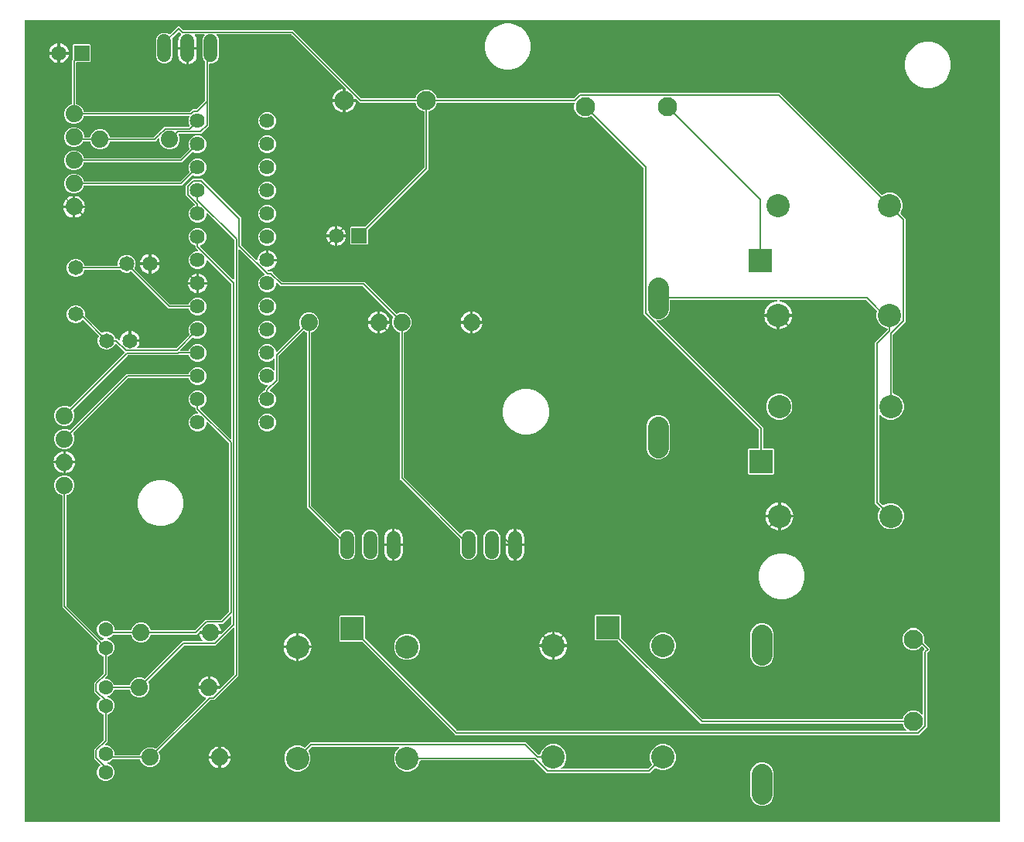
<source format=gbr>
G04 EAGLE Gerber RS-274X export*
G75*
%MOMM*%
%FSLAX34Y34*%
%LPD*%
%INTop Copper*%
%IPPOS*%
%AMOC8*
5,1,8,0,0,1.08239X$1,22.5*%
G01*
%ADD10C,1.879600*%
%ADD11R,1.651000X1.651000*%
%ADD12C,1.651000*%
%ADD13C,2.247900*%
%ADD14C,1.600000*%
%ADD15C,1.524000*%
%ADD16R,2.540000X2.540000*%
%ADD17C,2.540000*%
%ADD18C,2.100000*%
%ADD19C,1.625600*%
%ADD20C,0.152400*%

G36*
X1058336Y10926D02*
X1058336Y10926D01*
X1058355Y10924D01*
X1058457Y10946D01*
X1058559Y10962D01*
X1058576Y10972D01*
X1058596Y10976D01*
X1058685Y11029D01*
X1058776Y11078D01*
X1058790Y11092D01*
X1058807Y11102D01*
X1058874Y11181D01*
X1058946Y11256D01*
X1058954Y11274D01*
X1058967Y11289D01*
X1059006Y11385D01*
X1059049Y11479D01*
X1059051Y11499D01*
X1059059Y11517D01*
X1059077Y11684D01*
X1059077Y888316D01*
X1059074Y888336D01*
X1059076Y888355D01*
X1059054Y888457D01*
X1059038Y888559D01*
X1059028Y888576D01*
X1059024Y888596D01*
X1058971Y888685D01*
X1058922Y888776D01*
X1058908Y888790D01*
X1058898Y888807D01*
X1058819Y888874D01*
X1058744Y888946D01*
X1058726Y888954D01*
X1058711Y888967D01*
X1058615Y889006D01*
X1058521Y889049D01*
X1058501Y889051D01*
X1058483Y889059D01*
X1058316Y889077D01*
X-8316Y889077D01*
X-8336Y889074D01*
X-8355Y889076D01*
X-8457Y889054D01*
X-8559Y889038D01*
X-8576Y889028D01*
X-8596Y889024D01*
X-8685Y888971D01*
X-8776Y888922D01*
X-8790Y888908D01*
X-8807Y888898D01*
X-8874Y888819D01*
X-8946Y888744D01*
X-8954Y888726D01*
X-8967Y888711D01*
X-9006Y888615D01*
X-9049Y888521D01*
X-9051Y888501D01*
X-9059Y888483D01*
X-9077Y888316D01*
X-9077Y11684D01*
X-9074Y11664D01*
X-9076Y11645D01*
X-9054Y11543D01*
X-9038Y11441D01*
X-9028Y11424D01*
X-9024Y11404D01*
X-8971Y11315D01*
X-8922Y11224D01*
X-8908Y11210D01*
X-8898Y11193D01*
X-8819Y11126D01*
X-8744Y11054D01*
X-8726Y11046D01*
X-8711Y11033D01*
X-8615Y10994D01*
X-8521Y10951D01*
X-8501Y10949D01*
X-8483Y10941D01*
X-8316Y10923D01*
X1058316Y10923D01*
X1058336Y10926D01*
G37*
%LPC*%
G36*
X936571Y331525D02*
X936571Y331525D01*
X931342Y333691D01*
X927341Y337692D01*
X925175Y342921D01*
X925175Y348579D01*
X927371Y353880D01*
X927398Y353994D01*
X927426Y354108D01*
X927426Y354114D01*
X927427Y354120D01*
X927416Y354237D01*
X927407Y354353D01*
X927405Y354359D01*
X927404Y354365D01*
X927356Y354472D01*
X927311Y354579D01*
X927306Y354585D01*
X927304Y354590D01*
X927291Y354603D01*
X927206Y354710D01*
X922127Y359789D01*
X922127Y536128D01*
X935590Y549591D01*
X935643Y549665D01*
X935703Y549735D01*
X935715Y549765D01*
X935734Y549791D01*
X935761Y549878D01*
X935795Y549963D01*
X935799Y550004D01*
X935806Y550026D01*
X935805Y550058D01*
X935813Y550130D01*
X935813Y550792D01*
X935794Y550907D01*
X935777Y551023D01*
X935775Y551028D01*
X935774Y551035D01*
X935719Y551137D01*
X935666Y551242D01*
X935661Y551246D01*
X935658Y551252D01*
X935574Y551332D01*
X935490Y551414D01*
X935484Y551418D01*
X935480Y551421D01*
X935463Y551429D01*
X935343Y551495D01*
X930042Y553691D01*
X926041Y557692D01*
X923875Y562921D01*
X923875Y568579D01*
X924387Y569815D01*
X924414Y569928D01*
X924442Y570042D01*
X924442Y570048D01*
X924443Y570054D01*
X924432Y570171D01*
X924423Y570287D01*
X924421Y570293D01*
X924420Y570299D01*
X924372Y570407D01*
X924327Y570513D01*
X924322Y570519D01*
X924320Y570524D01*
X924307Y570537D01*
X924222Y570644D01*
X912676Y582190D01*
X912602Y582243D01*
X912532Y582303D01*
X912502Y582315D01*
X912476Y582334D01*
X912389Y582361D01*
X912304Y582395D01*
X912263Y582399D01*
X912241Y582406D01*
X912209Y582405D01*
X912137Y582413D01*
X817990Y582413D01*
X817927Y582403D01*
X817864Y582403D01*
X817807Y582383D01*
X817748Y582374D01*
X817691Y582344D01*
X817631Y582323D01*
X817583Y582286D01*
X817530Y582258D01*
X817486Y582212D01*
X817436Y582173D01*
X817402Y582124D01*
X817361Y582080D01*
X817334Y582022D01*
X817298Y581969D01*
X817283Y581911D01*
X817257Y581857D01*
X817250Y581794D01*
X817233Y581732D01*
X817237Y581672D01*
X817230Y581613D01*
X817244Y581550D01*
X817247Y581486D01*
X817270Y581431D01*
X817282Y581372D01*
X817315Y581317D01*
X817339Y581258D01*
X817378Y581213D01*
X817409Y581161D01*
X817457Y581120D01*
X817499Y581071D01*
X817550Y581040D01*
X817596Y581001D01*
X817655Y580977D01*
X817710Y580944D01*
X817793Y580922D01*
X817824Y580909D01*
X817848Y580907D01*
X817871Y580900D01*
X819669Y580615D01*
X821950Y579874D01*
X824088Y578785D01*
X826029Y577375D01*
X827725Y575679D01*
X829135Y573738D01*
X830224Y571600D01*
X830965Y569319D01*
X831289Y567273D01*
X816862Y567273D01*
X816842Y567270D01*
X816823Y567272D01*
X816721Y567250D01*
X816619Y567233D01*
X816602Y567224D01*
X816582Y567220D01*
X816493Y567167D01*
X816402Y567118D01*
X816388Y567104D01*
X816371Y567094D01*
X816304Y567015D01*
X816233Y566940D01*
X816224Y566922D01*
X816211Y566907D01*
X816173Y566811D01*
X816129Y566717D01*
X816127Y566697D01*
X816119Y566679D01*
X816101Y566512D01*
X816101Y565749D01*
X816099Y565749D01*
X816099Y566512D01*
X816096Y566532D01*
X816098Y566551D01*
X816076Y566652D01*
X816059Y566755D01*
X816050Y566772D01*
X816046Y566792D01*
X815993Y566881D01*
X815944Y566972D01*
X815930Y566986D01*
X815920Y567003D01*
X815841Y567070D01*
X815766Y567141D01*
X815748Y567150D01*
X815733Y567163D01*
X815637Y567202D01*
X815543Y567245D01*
X815523Y567247D01*
X815505Y567255D01*
X815338Y567273D01*
X800911Y567273D01*
X801235Y569319D01*
X801976Y571600D01*
X803065Y573738D01*
X804475Y575679D01*
X806171Y577375D01*
X808112Y578785D01*
X810250Y579874D01*
X812531Y580615D01*
X814329Y580900D01*
X814389Y580920D01*
X814452Y580931D01*
X814505Y580959D01*
X814562Y580977D01*
X814613Y581016D01*
X814670Y581046D01*
X814711Y581089D01*
X814759Y581125D01*
X814795Y581178D01*
X814839Y581224D01*
X814864Y581278D01*
X814898Y581328D01*
X814916Y581389D01*
X814943Y581447D01*
X814949Y581507D01*
X814966Y581564D01*
X814963Y581628D01*
X814970Y581691D01*
X814957Y581750D01*
X814954Y581810D01*
X814931Y581869D01*
X814918Y581932D01*
X814887Y581983D01*
X814865Y582039D01*
X814824Y582088D01*
X814791Y582143D01*
X814746Y582182D01*
X814707Y582228D01*
X814653Y582261D01*
X814604Y582303D01*
X814549Y582325D01*
X814498Y582357D01*
X814436Y582371D01*
X814376Y582395D01*
X814290Y582404D01*
X814258Y582412D01*
X814234Y582411D01*
X814210Y582413D01*
X698225Y582413D01*
X698206Y582410D01*
X698186Y582412D01*
X698085Y582390D01*
X697983Y582374D01*
X697965Y582364D01*
X697946Y582360D01*
X697857Y582307D01*
X697765Y582258D01*
X697752Y582244D01*
X697735Y582234D01*
X697667Y582155D01*
X697596Y582080D01*
X697588Y582062D01*
X697575Y582047D01*
X697536Y581951D01*
X697492Y581857D01*
X697490Y581837D01*
X697483Y581819D01*
X697464Y581652D01*
X697464Y570922D01*
X695521Y566230D01*
X691930Y562640D01*
X687239Y560696D01*
X683408Y560696D01*
X683337Y560685D01*
X683266Y560683D01*
X683217Y560665D01*
X683165Y560657D01*
X683102Y560623D01*
X683035Y560598D01*
X682994Y560566D01*
X682948Y560541D01*
X682898Y560489D01*
X682842Y560445D01*
X682814Y560401D01*
X682778Y560363D01*
X682748Y560298D01*
X682709Y560238D01*
X682697Y560187D01*
X682675Y560140D01*
X682667Y560069D01*
X682649Y559999D01*
X682653Y559947D01*
X682648Y559896D01*
X682663Y559825D01*
X682669Y559754D01*
X682689Y559706D01*
X682700Y559655D01*
X682737Y559594D01*
X682765Y559528D01*
X682810Y559472D01*
X682826Y559444D01*
X682844Y559429D01*
X682870Y559397D01*
X799687Y442580D01*
X799687Y420736D01*
X799690Y420716D01*
X799688Y420697D01*
X799710Y420595D01*
X799726Y420493D01*
X799736Y420476D01*
X799740Y420456D01*
X799793Y420367D01*
X799842Y420276D01*
X799856Y420262D01*
X799866Y420245D01*
X799945Y420178D01*
X800020Y420106D01*
X800038Y420098D01*
X800053Y420085D01*
X800149Y420046D01*
X800243Y420003D01*
X800263Y420001D01*
X800281Y419993D01*
X800448Y419975D01*
X810732Y419975D01*
X811625Y419082D01*
X811625Y392418D01*
X810732Y391525D01*
X784068Y391525D01*
X783175Y392418D01*
X783175Y419082D01*
X784068Y419975D01*
X794352Y419975D01*
X794372Y419978D01*
X794391Y419976D01*
X794493Y419998D01*
X794595Y420014D01*
X794612Y420024D01*
X794632Y420028D01*
X794721Y420081D01*
X794812Y420130D01*
X794826Y420144D01*
X794843Y420154D01*
X794910Y420233D01*
X794982Y420308D01*
X794990Y420326D01*
X795003Y420341D01*
X795042Y420437D01*
X795085Y420531D01*
X795087Y420551D01*
X795095Y420569D01*
X795113Y420736D01*
X795113Y440370D01*
X795099Y440460D01*
X795091Y440551D01*
X795079Y440581D01*
X795074Y440613D01*
X795031Y440693D01*
X794995Y440777D01*
X794969Y440809D01*
X794958Y440830D01*
X794935Y440852D01*
X794890Y440908D01*
X668888Y566911D01*
X668888Y726563D01*
X668873Y726653D01*
X668866Y726744D01*
X668853Y726774D01*
X668848Y726806D01*
X668805Y726886D01*
X668770Y726970D01*
X668744Y727002D01*
X668733Y727023D01*
X668710Y727045D01*
X668665Y727101D01*
X612076Y783690D01*
X611982Y783758D01*
X611888Y783828D01*
X611882Y783830D01*
X611877Y783833D01*
X611766Y783867D01*
X611654Y783904D01*
X611647Y783904D01*
X611641Y783906D01*
X611525Y783903D01*
X611408Y783902D01*
X611401Y783899D01*
X611396Y783899D01*
X611378Y783893D01*
X611247Y783855D01*
X607192Y782175D01*
X602408Y782175D01*
X597989Y784006D01*
X594606Y787389D01*
X592775Y791808D01*
X592775Y796592D01*
X593218Y797661D01*
X593229Y797705D01*
X593248Y797747D01*
X593256Y797824D01*
X593274Y797900D01*
X593270Y797946D01*
X593275Y797991D01*
X593258Y798068D01*
X593251Y798145D01*
X593232Y798187D01*
X593223Y798232D01*
X593183Y798299D01*
X593151Y798370D01*
X593120Y798404D01*
X593096Y798443D01*
X593037Y798494D01*
X592985Y798551D01*
X592944Y798573D01*
X592910Y798603D01*
X592837Y798632D01*
X592769Y798669D01*
X592724Y798678D01*
X592681Y798695D01*
X592545Y798710D01*
X592527Y798713D01*
X592522Y798712D01*
X592515Y798713D01*
X443677Y798713D01*
X443562Y798694D01*
X443446Y798677D01*
X443440Y798675D01*
X443434Y798674D01*
X443332Y798619D01*
X443227Y798566D01*
X443222Y798561D01*
X443217Y798558D01*
X443137Y798474D01*
X443054Y798390D01*
X443051Y798384D01*
X443047Y798380D01*
X443040Y798363D01*
X442974Y798243D01*
X441294Y794189D01*
X437911Y790806D01*
X433857Y789126D01*
X433757Y789065D01*
X433657Y789005D01*
X433653Y789000D01*
X433648Y788997D01*
X433573Y788907D01*
X433497Y788818D01*
X433495Y788812D01*
X433491Y788807D01*
X433449Y788699D01*
X433405Y788590D01*
X433404Y788582D01*
X433403Y788578D01*
X433402Y788559D01*
X433387Y788423D01*
X433387Y725753D01*
X367203Y659569D01*
X367150Y659495D01*
X367090Y659425D01*
X367078Y659395D01*
X367059Y659369D01*
X367032Y659282D01*
X366998Y659197D01*
X366994Y659156D01*
X366987Y659134D01*
X366988Y659102D01*
X366980Y659030D01*
X366980Y643913D01*
X366087Y643020D01*
X348313Y643020D01*
X347420Y643913D01*
X347420Y661687D01*
X348313Y662580D01*
X363430Y662580D01*
X363521Y662594D01*
X363611Y662602D01*
X363641Y662614D01*
X363673Y662619D01*
X363754Y662662D01*
X363838Y662698D01*
X363870Y662724D01*
X363891Y662735D01*
X363913Y662758D01*
X363969Y662803D01*
X428590Y727424D01*
X428643Y727498D01*
X428703Y727568D01*
X428715Y727598D01*
X428734Y727624D01*
X428761Y727711D01*
X428795Y727796D01*
X428799Y727837D01*
X428806Y727859D01*
X428805Y727891D01*
X428813Y727963D01*
X428813Y788423D01*
X428794Y788538D01*
X428777Y788654D01*
X428775Y788660D01*
X428774Y788666D01*
X428719Y788768D01*
X428666Y788873D01*
X428661Y788878D01*
X428658Y788883D01*
X428574Y788963D01*
X428490Y789046D01*
X428484Y789049D01*
X428480Y789053D01*
X428463Y789060D01*
X428343Y789126D01*
X424289Y790806D01*
X420906Y794189D01*
X419226Y798243D01*
X419165Y798343D01*
X419105Y798443D01*
X419100Y798447D01*
X419097Y798452D01*
X419007Y798527D01*
X418918Y798603D01*
X418912Y798605D01*
X418907Y798609D01*
X418799Y798651D01*
X418690Y798695D01*
X418682Y798696D01*
X418678Y798697D01*
X418659Y798698D01*
X418523Y798713D01*
X358235Y798713D01*
X354648Y802300D01*
X354574Y802353D01*
X354505Y802413D01*
X354475Y802425D01*
X354448Y802444D01*
X354361Y802471D01*
X354276Y802505D01*
X354236Y802509D01*
X354213Y802516D01*
X354181Y802515D01*
X354110Y802523D01*
X342623Y802523D01*
X342623Y814010D01*
X342608Y814100D01*
X342601Y814191D01*
X342589Y814221D01*
X342583Y814253D01*
X342541Y814333D01*
X342505Y814417D01*
X342479Y814449D01*
X342468Y814470D01*
X342445Y814492D01*
X342400Y814548D01*
X283732Y873216D01*
X283658Y873269D01*
X283589Y873329D01*
X283558Y873341D01*
X283532Y873360D01*
X283445Y873387D01*
X283360Y873421D01*
X283319Y873425D01*
X283297Y873432D01*
X283265Y873431D01*
X283194Y873439D01*
X202051Y873439D01*
X201980Y873428D01*
X201909Y873426D01*
X201860Y873408D01*
X201808Y873400D01*
X201745Y873366D01*
X201678Y873341D01*
X201637Y873309D01*
X201591Y873284D01*
X201542Y873232D01*
X201486Y873188D01*
X201457Y873144D01*
X201422Y873106D01*
X201391Y873041D01*
X201353Y872981D01*
X201340Y872930D01*
X201318Y872883D01*
X201310Y872812D01*
X201293Y872742D01*
X201297Y872690D01*
X201291Y872639D01*
X201306Y872568D01*
X201312Y872497D01*
X201332Y872449D01*
X201343Y872398D01*
X201380Y872337D01*
X201408Y872271D01*
X201453Y872215D01*
X201469Y872187D01*
X201486Y872173D01*
X201490Y872167D01*
X201495Y872163D01*
X201513Y872140D01*
X202653Y871000D01*
X204045Y867639D01*
X204045Y848761D01*
X202653Y845400D01*
X200080Y842827D01*
X196719Y841435D01*
X193862Y841435D01*
X193842Y841432D01*
X193823Y841434D01*
X193721Y841412D01*
X193619Y841396D01*
X193602Y841386D01*
X193582Y841382D01*
X193493Y841329D01*
X193402Y841280D01*
X193388Y841266D01*
X193371Y841256D01*
X193304Y841177D01*
X193232Y841102D01*
X193224Y841084D01*
X193211Y841069D01*
X193172Y840973D01*
X193129Y840879D01*
X193127Y840859D01*
X193119Y840841D01*
X193101Y840674D01*
X193101Y773239D01*
X184511Y764649D01*
X160232Y764649D01*
X160187Y764642D01*
X160141Y764644D01*
X160066Y764622D01*
X159989Y764610D01*
X159949Y764588D01*
X159905Y764575D01*
X159841Y764531D01*
X159772Y764494D01*
X159740Y764461D01*
X159703Y764435D01*
X159656Y764372D01*
X159603Y764316D01*
X159583Y764274D01*
X159556Y764238D01*
X159532Y764164D01*
X159499Y764093D01*
X159494Y764047D01*
X159480Y764004D01*
X159480Y763926D01*
X159472Y763849D01*
X159482Y763804D01*
X159482Y763758D01*
X159520Y763626D01*
X159524Y763608D01*
X159527Y763604D01*
X159529Y763597D01*
X160823Y760473D01*
X160823Y756127D01*
X159160Y752113D01*
X156087Y749040D01*
X152073Y747377D01*
X147727Y747377D01*
X143713Y749040D01*
X140640Y752113D01*
X138977Y756127D01*
X138977Y758829D01*
X138966Y758900D01*
X138964Y758972D01*
X138946Y759021D01*
X138938Y759072D01*
X138904Y759135D01*
X138879Y759203D01*
X138847Y759243D01*
X138822Y759289D01*
X138770Y759339D01*
X138726Y759395D01*
X138682Y759423D01*
X138644Y759459D01*
X138579Y759489D01*
X138519Y759528D01*
X138468Y759540D01*
X138421Y759562D01*
X138350Y759570D01*
X138280Y759588D01*
X138228Y759584D01*
X138177Y759589D01*
X138106Y759574D01*
X138035Y759569D01*
X137987Y759548D01*
X137936Y759537D01*
X137875Y759500D01*
X137809Y759472D01*
X137753Y759428D01*
X137725Y759411D01*
X137710Y759393D01*
X137678Y759368D01*
X136501Y758191D01*
X136500Y758190D01*
X135886Y757576D01*
X134324Y756013D01*
X85084Y756013D01*
X84969Y755994D01*
X84853Y755977D01*
X84848Y755975D01*
X84841Y755974D01*
X84739Y755919D01*
X84634Y755866D01*
X84630Y755861D01*
X84624Y755858D01*
X84544Y755774D01*
X84462Y755690D01*
X84458Y755684D01*
X84455Y755680D01*
X84447Y755663D01*
X84381Y755543D01*
X82960Y752113D01*
X79887Y749040D01*
X75873Y747377D01*
X71527Y747377D01*
X67513Y749040D01*
X64440Y752113D01*
X63019Y755543D01*
X62958Y755643D01*
X62898Y755743D01*
X62893Y755747D01*
X62890Y755752D01*
X62800Y755827D01*
X62711Y755903D01*
X62705Y755905D01*
X62700Y755909D01*
X62592Y755951D01*
X62483Y755995D01*
X62475Y755996D01*
X62470Y755997D01*
X62452Y755998D01*
X62316Y756013D01*
X55590Y756013D01*
X55475Y755994D01*
X55359Y755977D01*
X55353Y755975D01*
X55347Y755974D01*
X55245Y755919D01*
X55140Y755866D01*
X55135Y755861D01*
X55130Y755858D01*
X55050Y755774D01*
X54968Y755690D01*
X54964Y755684D01*
X54961Y755680D01*
X54953Y755663D01*
X54887Y755543D01*
X54460Y754513D01*
X51387Y751440D01*
X47373Y749777D01*
X43027Y749777D01*
X39013Y751440D01*
X35940Y754513D01*
X34277Y758527D01*
X34277Y762873D01*
X35940Y766887D01*
X39013Y769960D01*
X43027Y771623D01*
X47373Y771623D01*
X51387Y769960D01*
X54460Y766887D01*
X56123Y762873D01*
X56123Y761348D01*
X56126Y761328D01*
X56124Y761309D01*
X56146Y761207D01*
X56162Y761105D01*
X56172Y761088D01*
X56176Y761068D01*
X56229Y760979D01*
X56278Y760888D01*
X56292Y760874D01*
X56302Y760857D01*
X56381Y760790D01*
X56456Y760718D01*
X56474Y760710D01*
X56489Y760697D01*
X56585Y760658D01*
X56679Y760615D01*
X56699Y760613D01*
X56717Y760605D01*
X56884Y760587D01*
X62316Y760587D01*
X62431Y760606D01*
X62547Y760623D01*
X62552Y760625D01*
X62559Y760626D01*
X62661Y760681D01*
X62766Y760734D01*
X62770Y760739D01*
X62776Y760742D01*
X62856Y760826D01*
X62938Y760910D01*
X62942Y760916D01*
X62945Y760920D01*
X62953Y760937D01*
X63019Y761057D01*
X64440Y764487D01*
X67513Y767560D01*
X71527Y769223D01*
X75873Y769223D01*
X79887Y767560D01*
X82960Y764487D01*
X84381Y761057D01*
X84442Y760957D01*
X84502Y760857D01*
X84507Y760853D01*
X84510Y760848D01*
X84600Y760773D01*
X84689Y760697D01*
X84695Y760695D01*
X84700Y760691D01*
X84808Y760649D01*
X84917Y760605D01*
X84925Y760604D01*
X84930Y760603D01*
X84948Y760602D01*
X85084Y760587D01*
X132114Y760587D01*
X132204Y760601D01*
X132295Y760609D01*
X132325Y760621D01*
X132357Y760626D01*
X132437Y760669D01*
X132521Y760705D01*
X132553Y760731D01*
X132574Y760742D01*
X132596Y760765D01*
X132652Y760810D01*
X133267Y761424D01*
X136814Y764971D01*
X136814Y764972D01*
X142551Y770708D01*
X144113Y772271D01*
X170622Y772271D01*
X170712Y772285D01*
X170803Y772293D01*
X170832Y772305D01*
X170864Y772310D01*
X170945Y772353D01*
X171029Y772389D01*
X171061Y772415D01*
X171082Y772426D01*
X171104Y772449D01*
X171160Y772494D01*
X171705Y773039D01*
X171773Y773133D01*
X171843Y773228D01*
X171845Y773234D01*
X171849Y773239D01*
X171883Y773349D01*
X171919Y773462D01*
X171919Y773468D01*
X171921Y773474D01*
X171918Y773591D01*
X171917Y773708D01*
X171915Y773715D01*
X171915Y773720D01*
X171908Y773737D01*
X171870Y773869D01*
X170747Y776580D01*
X170747Y780420D01*
X171717Y782761D01*
X171727Y782805D01*
X171747Y782847D01*
X171755Y782924D01*
X171773Y783000D01*
X171769Y783046D01*
X171774Y783091D01*
X171757Y783168D01*
X171750Y783245D01*
X171731Y783287D01*
X171721Y783332D01*
X171682Y783399D01*
X171650Y783470D01*
X171619Y783504D01*
X171595Y783543D01*
X171536Y783594D01*
X171483Y783651D01*
X171443Y783673D01*
X171408Y783703D01*
X171336Y783732D01*
X171268Y783769D01*
X171223Y783778D01*
X171180Y783795D01*
X171044Y783810D01*
X171026Y783813D01*
X171021Y783812D01*
X171014Y783813D01*
X56584Y783813D01*
X56469Y783794D01*
X56353Y783777D01*
X56348Y783775D01*
X56341Y783774D01*
X56239Y783719D01*
X56134Y783666D01*
X56130Y783661D01*
X56124Y783658D01*
X56044Y783574D01*
X55962Y783490D01*
X55958Y783484D01*
X55955Y783480D01*
X55947Y783463D01*
X55881Y783343D01*
X54460Y779913D01*
X51387Y776840D01*
X47373Y775177D01*
X43027Y775177D01*
X39013Y776840D01*
X35940Y779913D01*
X34277Y783927D01*
X34277Y788273D01*
X35940Y792287D01*
X39013Y795360D01*
X42443Y796781D01*
X42543Y796842D01*
X42643Y796902D01*
X42647Y796907D01*
X42652Y796910D01*
X42727Y797000D01*
X42803Y797089D01*
X42805Y797095D01*
X42809Y797100D01*
X42851Y797208D01*
X42895Y797317D01*
X42896Y797325D01*
X42897Y797330D01*
X42898Y797348D01*
X42913Y797484D01*
X42913Y845247D01*
X43697Y846031D01*
X43750Y846105D01*
X43810Y846175D01*
X43822Y846205D01*
X43841Y846231D01*
X43868Y846318D01*
X43902Y846403D01*
X43906Y846444D01*
X43913Y846466D01*
X43912Y846498D01*
X43920Y846569D01*
X43920Y861687D01*
X44813Y862580D01*
X62587Y862580D01*
X63480Y861687D01*
X63480Y843913D01*
X62587Y843020D01*
X48248Y843020D01*
X48228Y843017D01*
X48209Y843019D01*
X48107Y842997D01*
X48005Y842981D01*
X47988Y842971D01*
X47968Y842967D01*
X47879Y842914D01*
X47788Y842865D01*
X47774Y842851D01*
X47757Y842841D01*
X47690Y842762D01*
X47618Y842687D01*
X47610Y842669D01*
X47597Y842654D01*
X47558Y842558D01*
X47515Y842464D01*
X47513Y842444D01*
X47505Y842426D01*
X47487Y842259D01*
X47487Y797484D01*
X47506Y797369D01*
X47523Y797253D01*
X47525Y797248D01*
X47526Y797241D01*
X47581Y797138D01*
X47634Y797034D01*
X47639Y797030D01*
X47642Y797024D01*
X47726Y796944D01*
X47810Y796862D01*
X47816Y796858D01*
X47820Y796855D01*
X47837Y796847D01*
X47957Y796781D01*
X51387Y795360D01*
X54460Y792287D01*
X55881Y788857D01*
X55942Y788757D01*
X56002Y788657D01*
X56007Y788653D01*
X56010Y788648D01*
X56100Y788573D01*
X56189Y788497D01*
X56195Y788495D01*
X56200Y788491D01*
X56308Y788449D01*
X56417Y788405D01*
X56425Y788404D01*
X56430Y788403D01*
X56448Y788402D01*
X56584Y788387D01*
X172010Y788387D01*
X172100Y788401D01*
X172191Y788409D01*
X172221Y788421D01*
X172253Y788426D01*
X172333Y788469D01*
X172417Y788505D01*
X172449Y788531D01*
X172470Y788542D01*
X172492Y788565D01*
X172548Y788610D01*
X175139Y791201D01*
X178465Y791201D01*
X178556Y791215D01*
X178646Y791223D01*
X178676Y791235D01*
X178708Y791240D01*
X178789Y791283D01*
X178873Y791319D01*
X178905Y791345D01*
X178926Y791356D01*
X178929Y791359D01*
X178948Y791379D01*
X179004Y791424D01*
X188304Y800724D01*
X188357Y800798D01*
X188417Y800868D01*
X188429Y800898D01*
X188448Y800924D01*
X188475Y801011D01*
X188509Y801096D01*
X188513Y801137D01*
X188520Y801159D01*
X188519Y801191D01*
X188527Y801263D01*
X188527Y843705D01*
X188513Y843795D01*
X188505Y843886D01*
X188493Y843916D01*
X188488Y843948D01*
X188445Y844028D01*
X188409Y844112D01*
X188383Y844144D01*
X188372Y844165D01*
X188349Y844187D01*
X188324Y844219D01*
X188322Y844221D01*
X188321Y844223D01*
X188304Y844243D01*
X187147Y845400D01*
X185755Y848761D01*
X185755Y867639D01*
X187147Y871000D01*
X188287Y872140D01*
X188329Y872198D01*
X188378Y872250D01*
X188400Y872297D01*
X188431Y872339D01*
X188452Y872408D01*
X188482Y872473D01*
X188488Y872525D01*
X188503Y872575D01*
X188501Y872646D01*
X188509Y872717D01*
X188498Y872768D01*
X188497Y872820D01*
X188472Y872888D01*
X188457Y872958D01*
X188430Y873003D01*
X188412Y873051D01*
X188367Y873107D01*
X188331Y873169D01*
X188291Y873203D01*
X188259Y873243D01*
X188198Y873282D01*
X188144Y873329D01*
X188095Y873348D01*
X188052Y873376D01*
X187982Y873394D01*
X187916Y873421D01*
X187844Y873429D01*
X187813Y873437D01*
X187790Y873435D01*
X187749Y873439D01*
X178018Y873439D01*
X178006Y873437D01*
X177994Y873439D01*
X177885Y873418D01*
X177775Y873400D01*
X177764Y873394D01*
X177753Y873392D01*
X177656Y873336D01*
X177558Y873284D01*
X177549Y873276D01*
X177539Y873270D01*
X177465Y873187D01*
X177388Y873106D01*
X177383Y873095D01*
X177375Y873086D01*
X177331Y872984D01*
X177285Y872883D01*
X177283Y872871D01*
X177278Y872860D01*
X177270Y872749D01*
X177257Y872639D01*
X177260Y872627D01*
X177259Y872615D01*
X177286Y872507D01*
X177310Y872398D01*
X177316Y872388D01*
X177319Y872376D01*
X177402Y872231D01*
X178190Y871145D01*
X178916Y869720D01*
X179411Y868199D01*
X179661Y866620D01*
X179661Y859723D01*
X170262Y859723D01*
X170242Y859720D01*
X170223Y859722D01*
X170121Y859700D01*
X170019Y859683D01*
X170002Y859674D01*
X169982Y859670D01*
X169893Y859617D01*
X169802Y859568D01*
X169788Y859554D01*
X169771Y859544D01*
X169704Y859465D01*
X169633Y859390D01*
X169624Y859372D01*
X169611Y859357D01*
X169573Y859261D01*
X169529Y859167D01*
X169527Y859147D01*
X169519Y859129D01*
X169501Y858962D01*
X169501Y858199D01*
X169499Y858199D01*
X169499Y858962D01*
X169496Y858979D01*
X169498Y858995D01*
X169498Y858997D01*
X169498Y859001D01*
X169476Y859103D01*
X169459Y859205D01*
X169450Y859222D01*
X169446Y859242D01*
X169393Y859331D01*
X169344Y859422D01*
X169330Y859436D01*
X169320Y859453D01*
X169241Y859520D01*
X169166Y859591D01*
X169148Y859600D01*
X169133Y859613D01*
X169037Y859652D01*
X168943Y859695D01*
X168923Y859697D01*
X168905Y859705D01*
X168738Y859723D01*
X159339Y859723D01*
X159339Y866620D01*
X159589Y868199D01*
X160084Y869720D01*
X160810Y871145D01*
X161750Y872439D01*
X162500Y873189D01*
X162512Y873206D01*
X162527Y873218D01*
X162583Y873305D01*
X162644Y873389D01*
X162649Y873408D01*
X162660Y873425D01*
X162686Y873525D01*
X162716Y873624D01*
X162715Y873644D01*
X162720Y873664D01*
X162712Y873767D01*
X162710Y873870D01*
X162703Y873889D01*
X162701Y873909D01*
X162661Y874004D01*
X162625Y874101D01*
X162613Y874117D01*
X162605Y874135D01*
X162500Y874266D01*
X161764Y875002D01*
X160538Y876228D01*
X160522Y876239D01*
X160510Y876255D01*
X160422Y876311D01*
X160339Y876371D01*
X160320Y876377D01*
X160303Y876388D01*
X160202Y876413D01*
X160103Y876444D01*
X160084Y876443D01*
X160064Y876448D01*
X159961Y876440D01*
X159858Y876437D01*
X159839Y876430D01*
X159819Y876429D01*
X159724Y876389D01*
X159627Y876353D01*
X159611Y876340D01*
X159593Y876333D01*
X159462Y876228D01*
X152910Y869676D01*
X152841Y869580D01*
X152772Y869487D01*
X152770Y869481D01*
X152766Y869476D01*
X152732Y869365D01*
X152696Y869253D01*
X152696Y869247D01*
X152694Y869241D01*
X152697Y869124D01*
X152698Y869007D01*
X152700Y869000D01*
X152700Y868995D01*
X152707Y868978D01*
X152745Y868846D01*
X153245Y867639D01*
X153245Y848761D01*
X151853Y845400D01*
X149280Y842827D01*
X145919Y841435D01*
X142281Y841435D01*
X138920Y842827D01*
X136347Y845400D01*
X134955Y848761D01*
X134955Y867639D01*
X136347Y871000D01*
X138920Y873573D01*
X142281Y874965D01*
X145919Y874965D01*
X149288Y873569D01*
X149300Y873554D01*
X149387Y873498D01*
X149471Y873438D01*
X149490Y873432D01*
X149507Y873421D01*
X149607Y873396D01*
X149706Y873366D01*
X149726Y873366D01*
X149745Y873361D01*
X149848Y873369D01*
X149952Y873372D01*
X149971Y873379D01*
X149990Y873380D01*
X150085Y873421D01*
X150183Y873456D01*
X150198Y873469D01*
X150217Y873477D01*
X150348Y873582D01*
X159053Y882287D01*
X160947Y882287D01*
X162510Y880724D01*
X164998Y878236D01*
X165072Y878183D01*
X165142Y878123D01*
X165172Y878111D01*
X165198Y878092D01*
X165285Y878065D01*
X165370Y878031D01*
X165411Y878027D01*
X165433Y878020D01*
X165465Y878021D01*
X165536Y878013D01*
X285403Y878013D01*
X359906Y803510D01*
X359980Y803457D01*
X360050Y803397D01*
X360080Y803385D01*
X360106Y803366D01*
X360193Y803339D01*
X360278Y803305D01*
X360319Y803301D01*
X360341Y803294D01*
X360373Y803295D01*
X360445Y803287D01*
X418523Y803287D01*
X418638Y803306D01*
X418754Y803323D01*
X418760Y803325D01*
X418766Y803326D01*
X418868Y803381D01*
X418973Y803434D01*
X418978Y803439D01*
X418983Y803442D01*
X419063Y803526D01*
X419146Y803610D01*
X419149Y803616D01*
X419153Y803620D01*
X419160Y803637D01*
X419226Y803757D01*
X420906Y807811D01*
X424289Y811194D01*
X428708Y813025D01*
X433492Y813025D01*
X437911Y811194D01*
X441294Y807811D01*
X442974Y803757D01*
X443035Y803657D01*
X443095Y803557D01*
X443100Y803553D01*
X443103Y803548D01*
X443193Y803473D01*
X443282Y803397D01*
X443288Y803395D01*
X443293Y803391D01*
X443401Y803349D01*
X443510Y803305D01*
X443518Y803304D01*
X443522Y803303D01*
X443541Y803302D01*
X443677Y803287D01*
X592255Y803287D01*
X592345Y803301D01*
X592436Y803309D01*
X592466Y803321D01*
X592498Y803326D01*
X592579Y803369D01*
X592663Y803405D01*
X592695Y803431D01*
X592715Y803442D01*
X592738Y803465D01*
X592794Y803510D01*
X598557Y809273D01*
X817811Y809273D01*
X929140Y697944D01*
X929234Y697876D01*
X929329Y697806D01*
X929335Y697804D01*
X929340Y697800D01*
X929450Y697766D01*
X929562Y697730D01*
X929569Y697730D01*
X929575Y697728D01*
X929691Y697731D01*
X929808Y697732D01*
X929816Y697734D01*
X929821Y697734D01*
X929838Y697741D01*
X929969Y697779D01*
X935271Y699975D01*
X940929Y699975D01*
X946158Y697809D01*
X950159Y693808D01*
X952325Y688579D01*
X952325Y682921D01*
X950129Y677620D01*
X950102Y677506D01*
X950074Y677392D01*
X950074Y677386D01*
X950073Y677380D01*
X950084Y677263D01*
X950093Y677147D01*
X950095Y677141D01*
X950096Y677135D01*
X950144Y677028D01*
X950189Y676921D01*
X950194Y676915D01*
X950196Y676910D01*
X950209Y676897D01*
X950294Y676790D01*
X955373Y671711D01*
X955373Y558595D01*
X941910Y545132D01*
X941857Y545058D01*
X941797Y544989D01*
X941785Y544959D01*
X941766Y544933D01*
X941739Y544846D01*
X941705Y544761D01*
X941701Y544720D01*
X941694Y544698D01*
X941695Y544665D01*
X941687Y544594D01*
X941687Y480708D01*
X941706Y480593D01*
X941723Y480477D01*
X941725Y480472D01*
X941726Y480465D01*
X941781Y480363D01*
X941834Y480258D01*
X941839Y480254D01*
X941842Y480248D01*
X941926Y480168D01*
X942010Y480086D01*
X942016Y480082D01*
X942020Y480079D01*
X942037Y480071D01*
X942157Y480005D01*
X947458Y477809D01*
X951459Y473808D01*
X953625Y468579D01*
X953625Y462921D01*
X951459Y457692D01*
X947458Y453691D01*
X942229Y451525D01*
X936571Y451525D01*
X931342Y453691D01*
X928000Y457033D01*
X927942Y457075D01*
X927890Y457124D01*
X927843Y457146D01*
X927801Y457176D01*
X927732Y457198D01*
X927667Y457228D01*
X927615Y457233D01*
X927565Y457249D01*
X927494Y457247D01*
X927423Y457255D01*
X927372Y457244D01*
X927320Y457242D01*
X927252Y457218D01*
X927182Y457203D01*
X927137Y457176D01*
X927089Y457158D01*
X927033Y457113D01*
X926971Y457076D01*
X926937Y457037D01*
X926897Y457004D01*
X926858Y456944D01*
X926811Y456890D01*
X926792Y456841D01*
X926764Y456797D01*
X926746Y456728D01*
X926719Y456661D01*
X926711Y456590D01*
X926703Y456559D01*
X926705Y456536D01*
X926701Y456495D01*
X926701Y361999D01*
X926715Y361908D01*
X926723Y361818D01*
X926735Y361788D01*
X926740Y361756D01*
X926783Y361675D01*
X926819Y361591D01*
X926845Y361559D01*
X926856Y361538D01*
X926879Y361516D01*
X926924Y361460D01*
X930440Y357944D01*
X930534Y357876D01*
X930629Y357806D01*
X930635Y357804D01*
X930640Y357800D01*
X930750Y357766D01*
X930862Y357730D01*
X930869Y357730D01*
X930875Y357728D01*
X930992Y357731D01*
X931108Y357732D01*
X931116Y357734D01*
X931121Y357734D01*
X931138Y357741D01*
X931270Y357779D01*
X936571Y359975D01*
X942229Y359975D01*
X947458Y357809D01*
X951459Y353808D01*
X953625Y348579D01*
X953625Y342921D01*
X951459Y337692D01*
X947458Y333691D01*
X942229Y331525D01*
X936571Y331525D01*
G37*
%LPD*%
%LPC*%
G36*
X78005Y55675D02*
X78005Y55675D01*
X74505Y57125D01*
X71825Y59805D01*
X70375Y63305D01*
X70375Y67095D01*
X71825Y70595D01*
X73736Y72506D01*
X73748Y72523D01*
X73764Y72535D01*
X73820Y72622D01*
X73880Y72706D01*
X73886Y72725D01*
X73897Y72742D01*
X73922Y72842D01*
X73952Y72941D01*
X73952Y72961D01*
X73957Y72981D01*
X73949Y73083D01*
X73946Y73187D01*
X73939Y73206D01*
X73938Y73226D01*
X73897Y73321D01*
X73862Y73418D01*
X73849Y73434D01*
X73841Y73452D01*
X73736Y73583D01*
X67327Y79992D01*
X67327Y90408D01*
X77390Y100471D01*
X77443Y100545D01*
X77503Y100614D01*
X77515Y100644D01*
X77534Y100671D01*
X77561Y100758D01*
X77595Y100842D01*
X77599Y100883D01*
X77606Y100906D01*
X77605Y100938D01*
X77613Y101009D01*
X77613Y128329D01*
X77594Y128444D01*
X77577Y128560D01*
X77575Y128566D01*
X77574Y128572D01*
X77519Y128674D01*
X77466Y128779D01*
X77461Y128784D01*
X77458Y128789D01*
X77374Y128869D01*
X77290Y128951D01*
X77284Y128955D01*
X77280Y128959D01*
X77263Y128966D01*
X77143Y129032D01*
X74505Y130125D01*
X71825Y132805D01*
X70375Y136305D01*
X70375Y140095D01*
X71825Y143595D01*
X73736Y145506D01*
X73748Y145523D01*
X73764Y145535D01*
X73820Y145622D01*
X73880Y145706D01*
X73886Y145725D01*
X73897Y145742D01*
X73922Y145842D01*
X73952Y145941D01*
X73952Y145961D01*
X73957Y145981D01*
X73949Y146083D01*
X73946Y146187D01*
X73939Y146206D01*
X73938Y146226D01*
X73897Y146321D01*
X73862Y146418D01*
X73849Y146434D01*
X73841Y146452D01*
X73736Y146583D01*
X67327Y152992D01*
X67327Y163408D01*
X77390Y173471D01*
X77443Y173545D01*
X77503Y173614D01*
X77515Y173644D01*
X77534Y173671D01*
X77561Y173758D01*
X77595Y173842D01*
X77599Y173883D01*
X77606Y173906D01*
X77605Y173938D01*
X77613Y174009D01*
X77613Y191829D01*
X77594Y191944D01*
X77577Y192060D01*
X77575Y192066D01*
X77574Y192072D01*
X77520Y192173D01*
X77466Y192279D01*
X77461Y192284D01*
X77458Y192289D01*
X77374Y192369D01*
X77290Y192451D01*
X77284Y192455D01*
X77280Y192459D01*
X77263Y192466D01*
X77143Y192532D01*
X74505Y193625D01*
X71825Y196305D01*
X70375Y199805D01*
X70375Y203595D01*
X71468Y206233D01*
X71495Y206347D01*
X71523Y206460D01*
X71523Y206467D01*
X71524Y206473D01*
X71513Y206589D01*
X71504Y206706D01*
X71502Y206711D01*
X71501Y206718D01*
X71453Y206825D01*
X71408Y206932D01*
X71403Y206938D01*
X71401Y206942D01*
X71389Y206956D01*
X71303Y207063D01*
X34076Y244290D01*
X32513Y245853D01*
X32513Y368216D01*
X32494Y368331D01*
X32477Y368447D01*
X32475Y368452D01*
X32474Y368459D01*
X32419Y368561D01*
X32366Y368666D01*
X32361Y368670D01*
X32358Y368676D01*
X32274Y368756D01*
X32190Y368838D01*
X32184Y368842D01*
X32180Y368845D01*
X32163Y368853D01*
X32043Y368919D01*
X28613Y370340D01*
X25540Y373413D01*
X23877Y377427D01*
X23877Y381773D01*
X25540Y385787D01*
X28613Y388860D01*
X32627Y390523D01*
X36973Y390523D01*
X40987Y388860D01*
X44060Y385787D01*
X45723Y381773D01*
X45723Y377427D01*
X44060Y373413D01*
X40987Y370340D01*
X37557Y368919D01*
X37457Y368858D01*
X37357Y368798D01*
X37353Y368793D01*
X37348Y368790D01*
X37273Y368700D01*
X37197Y368611D01*
X37195Y368605D01*
X37191Y368600D01*
X37149Y368492D01*
X37105Y368383D01*
X37104Y368375D01*
X37103Y368370D01*
X37102Y368352D01*
X37087Y368216D01*
X37087Y248063D01*
X37101Y247972D01*
X37109Y247882D01*
X37121Y247852D01*
X37126Y247820D01*
X37169Y247739D01*
X37205Y247655D01*
X37231Y247623D01*
X37242Y247602D01*
X37265Y247580D01*
X37310Y247524D01*
X74537Y210297D01*
X74631Y210229D01*
X74726Y210159D01*
X74732Y210157D01*
X74737Y210153D01*
X74848Y210119D01*
X74960Y210083D01*
X74966Y210083D01*
X74972Y210081D01*
X75089Y210084D01*
X75206Y210085D01*
X75213Y210087D01*
X75218Y210087D01*
X75235Y210094D01*
X75367Y210132D01*
X77455Y210997D01*
X77516Y211034D01*
X77581Y211064D01*
X77620Y211099D01*
X77664Y211126D01*
X77710Y211181D01*
X77762Y211230D01*
X77788Y211276D01*
X77821Y211316D01*
X77846Y211383D01*
X77881Y211446D01*
X77890Y211497D01*
X77909Y211545D01*
X77912Y211617D01*
X77925Y211688D01*
X77917Y211739D01*
X77919Y211791D01*
X77899Y211860D01*
X77889Y211931D01*
X77865Y211977D01*
X77851Y212027D01*
X77810Y212086D01*
X77777Y212150D01*
X77740Y212187D01*
X77711Y212229D01*
X77653Y212272D01*
X77602Y212322D01*
X77539Y212357D01*
X77513Y212376D01*
X77491Y212383D01*
X77455Y212403D01*
X74505Y213625D01*
X71825Y216305D01*
X70375Y219805D01*
X70375Y223595D01*
X71825Y227095D01*
X74505Y229775D01*
X78005Y231225D01*
X81795Y231225D01*
X85295Y229775D01*
X87975Y227095D01*
X89425Y223595D01*
X89425Y221348D01*
X89428Y221328D01*
X89426Y221309D01*
X89448Y221207D01*
X89464Y221105D01*
X89474Y221088D01*
X89478Y221068D01*
X89531Y220979D01*
X89580Y220888D01*
X89594Y220874D01*
X89604Y220857D01*
X89683Y220790D01*
X89758Y220718D01*
X89776Y220710D01*
X89791Y220697D01*
X89887Y220658D01*
X89981Y220615D01*
X90001Y220613D01*
X90019Y220605D01*
X90186Y220587D01*
X107116Y220587D01*
X107231Y220606D01*
X107347Y220623D01*
X107352Y220625D01*
X107359Y220626D01*
X107461Y220681D01*
X107566Y220734D01*
X107570Y220739D01*
X107576Y220742D01*
X107656Y220826D01*
X107738Y220910D01*
X107742Y220916D01*
X107745Y220920D01*
X107753Y220937D01*
X107819Y221057D01*
X109240Y224487D01*
X112313Y227560D01*
X116327Y229223D01*
X120673Y229223D01*
X124687Y227560D01*
X127760Y224487D01*
X129181Y221057D01*
X129242Y220957D01*
X129302Y220857D01*
X129307Y220853D01*
X129310Y220848D01*
X129400Y220773D01*
X129489Y220697D01*
X129495Y220695D01*
X129500Y220691D01*
X129608Y220649D01*
X129717Y220605D01*
X129725Y220604D01*
X129730Y220603D01*
X129748Y220602D01*
X129884Y220587D01*
X176914Y220587D01*
X177004Y220601D01*
X177095Y220609D01*
X177125Y220621D01*
X177157Y220626D01*
X177237Y220669D01*
X177321Y220705D01*
X177353Y220731D01*
X177374Y220742D01*
X177396Y220765D01*
X177452Y220810D01*
X188913Y232271D01*
X205673Y232271D01*
X205764Y232285D01*
X205854Y232293D01*
X205884Y232305D01*
X205916Y232310D01*
X205997Y232353D01*
X206081Y232389D01*
X206113Y232415D01*
X206134Y232426D01*
X206156Y232449D01*
X206212Y232494D01*
X214442Y240724D01*
X214495Y240798D01*
X214555Y240868D01*
X214567Y240898D01*
X214586Y240924D01*
X214613Y241011D01*
X214647Y241096D01*
X214651Y241137D01*
X214658Y241159D01*
X214657Y241191D01*
X214665Y241263D01*
X214665Y425213D01*
X214651Y425303D01*
X214643Y425394D01*
X214631Y425424D01*
X214626Y425456D01*
X214583Y425537D01*
X214547Y425620D01*
X214521Y425653D01*
X214510Y425673D01*
X214487Y425695D01*
X214442Y425751D01*
X191352Y448841D01*
X191294Y448883D01*
X191242Y448933D01*
X191195Y448955D01*
X191153Y448985D01*
X191084Y449006D01*
X191019Y449036D01*
X190967Y449042D01*
X190917Y449057D01*
X190846Y449055D01*
X190775Y449063D01*
X190724Y449052D01*
X190672Y449051D01*
X190604Y449026D01*
X190534Y449011D01*
X190489Y448984D01*
X190441Y448967D01*
X190385Y448922D01*
X190323Y448885D01*
X190289Y448845D01*
X190249Y448813D01*
X190210Y448753D01*
X190163Y448698D01*
X190144Y448650D01*
X190116Y448606D01*
X190098Y448536D01*
X190071Y448470D01*
X190063Y448399D01*
X190055Y448367D01*
X190057Y448344D01*
X190053Y448303D01*
X190053Y446380D01*
X188583Y442832D01*
X185868Y440117D01*
X182320Y438647D01*
X178480Y438647D01*
X174932Y440117D01*
X172217Y442832D01*
X170747Y446380D01*
X170747Y450220D01*
X172217Y453768D01*
X174932Y456483D01*
X178480Y457953D01*
X180403Y457953D01*
X180474Y457964D01*
X180546Y457966D01*
X180595Y457984D01*
X180646Y457992D01*
X180709Y458026D01*
X180777Y458051D01*
X180817Y458083D01*
X180863Y458108D01*
X180913Y458160D01*
X180969Y458204D01*
X180997Y458248D01*
X181033Y458286D01*
X181063Y458351D01*
X181102Y458411D01*
X181114Y458462D01*
X181136Y458509D01*
X181144Y458580D01*
X181162Y458650D01*
X181158Y458702D01*
X181163Y458753D01*
X181148Y458824D01*
X181143Y458895D01*
X181122Y458943D01*
X181111Y458994D01*
X181074Y459055D01*
X181046Y459121D01*
X181001Y459177D01*
X180985Y459205D01*
X180967Y459220D01*
X180941Y459252D01*
X178113Y462080D01*
X178113Y463691D01*
X178094Y463805D01*
X178077Y463921D01*
X178075Y463927D01*
X178074Y463933D01*
X178019Y464036D01*
X177966Y464141D01*
X177961Y464145D01*
X177958Y464151D01*
X177874Y464230D01*
X177790Y464313D01*
X177784Y464317D01*
X177780Y464320D01*
X177763Y464328D01*
X177643Y464394D01*
X174932Y465517D01*
X172217Y468232D01*
X170747Y471780D01*
X170747Y475620D01*
X172217Y479168D01*
X174932Y481883D01*
X178480Y483353D01*
X182320Y483353D01*
X185868Y481883D01*
X188583Y479168D01*
X190053Y475620D01*
X190053Y471780D01*
X188583Y468232D01*
X185868Y465517D01*
X183581Y464569D01*
X183542Y464545D01*
X183499Y464530D01*
X183457Y464497D01*
X183413Y464473D01*
X183395Y464454D01*
X183372Y464440D01*
X183342Y464404D01*
X183307Y464376D01*
X183277Y464330D01*
X183243Y464295D01*
X183233Y464272D01*
X183215Y464250D01*
X183198Y464208D01*
X183174Y464169D01*
X183160Y464115D01*
X183140Y464071D01*
X183137Y464048D01*
X183127Y464021D01*
X183125Y463975D01*
X183113Y463930D01*
X183118Y463874D01*
X183113Y463827D01*
X183117Y463805D01*
X183116Y463775D01*
X183129Y463731D01*
X183133Y463685D01*
X183155Y463633D01*
X183165Y463587D01*
X183177Y463567D01*
X183185Y463539D01*
X183211Y463501D01*
X183229Y463459D01*
X183278Y463398D01*
X183291Y463376D01*
X183305Y463363D01*
X183314Y463352D01*
X183325Y463337D01*
X183329Y463334D01*
X183334Y463328D01*
X216414Y430248D01*
X216472Y430206D01*
X216524Y430157D01*
X216571Y430135D01*
X216613Y430104D01*
X216682Y430083D01*
X216747Y430053D01*
X216799Y430047D01*
X216849Y430032D01*
X216920Y430034D01*
X216991Y430026D01*
X217042Y430037D01*
X217094Y430038D01*
X217162Y430063D01*
X217232Y430078D01*
X217277Y430105D01*
X217325Y430123D01*
X217381Y430168D01*
X217443Y430204D01*
X217477Y430244D01*
X217517Y430276D01*
X217556Y430337D01*
X217603Y430391D01*
X217622Y430440D01*
X217650Y430483D01*
X217668Y430553D01*
X217695Y430619D01*
X217703Y430691D01*
X217711Y430722D01*
X217709Y430745D01*
X217713Y430786D01*
X217713Y599965D01*
X217699Y600055D01*
X217691Y600146D01*
X217679Y600176D01*
X217674Y600208D01*
X217631Y600289D01*
X217595Y600372D01*
X217569Y600405D01*
X217558Y600425D01*
X217535Y600447D01*
X217490Y600503D01*
X191352Y626641D01*
X191294Y626683D01*
X191242Y626733D01*
X191195Y626755D01*
X191153Y626785D01*
X191084Y626806D01*
X191019Y626836D01*
X190967Y626842D01*
X190917Y626857D01*
X190846Y626855D01*
X190775Y626863D01*
X190724Y626852D01*
X190672Y626851D01*
X190604Y626826D01*
X190534Y626811D01*
X190489Y626784D01*
X190441Y626767D01*
X190385Y626722D01*
X190323Y626685D01*
X190289Y626645D01*
X190249Y626613D01*
X190210Y626553D01*
X190163Y626498D01*
X190144Y626450D01*
X190116Y626406D01*
X190098Y626336D01*
X190071Y626270D01*
X190063Y626199D01*
X190055Y626167D01*
X190057Y626144D01*
X190053Y626103D01*
X190053Y624180D01*
X188583Y620632D01*
X185868Y617917D01*
X182320Y616447D01*
X178480Y616447D01*
X174932Y617917D01*
X172217Y620632D01*
X170747Y624180D01*
X170747Y628020D01*
X172217Y631568D01*
X174932Y634283D01*
X178480Y635753D01*
X180403Y635753D01*
X180474Y635764D01*
X180546Y635766D01*
X180595Y635784D01*
X180646Y635792D01*
X180709Y635826D01*
X180777Y635851D01*
X180817Y635883D01*
X180863Y635908D01*
X180913Y635960D01*
X180969Y636004D01*
X180997Y636048D01*
X181033Y636086D01*
X181063Y636151D01*
X181102Y636211D01*
X181114Y636262D01*
X181136Y636309D01*
X181144Y636380D01*
X181162Y636450D01*
X181158Y636502D01*
X181163Y636553D01*
X181148Y636624D01*
X181143Y636695D01*
X181122Y636743D01*
X181111Y636794D01*
X181074Y636855D01*
X181046Y636921D01*
X181001Y636977D01*
X180985Y637005D01*
X180967Y637020D01*
X180941Y637052D01*
X178113Y639880D01*
X178113Y641491D01*
X178094Y641605D01*
X178077Y641721D01*
X178075Y641727D01*
X178074Y641733D01*
X178019Y641836D01*
X177966Y641941D01*
X177961Y641945D01*
X177958Y641951D01*
X177874Y642030D01*
X177790Y642113D01*
X177784Y642117D01*
X177780Y642120D01*
X177763Y642128D01*
X177643Y642194D01*
X174932Y643317D01*
X172217Y646032D01*
X170747Y649580D01*
X170747Y653420D01*
X172217Y656968D01*
X174932Y659683D01*
X178480Y661153D01*
X182320Y661153D01*
X185868Y659683D01*
X188583Y656968D01*
X190053Y653420D01*
X190053Y649580D01*
X188583Y646032D01*
X185868Y643317D01*
X183581Y642369D01*
X183542Y642345D01*
X183499Y642330D01*
X183438Y642281D01*
X183372Y642240D01*
X183342Y642204D01*
X183307Y642176D01*
X183264Y642110D01*
X183215Y642050D01*
X183198Y642008D01*
X183174Y641969D01*
X183154Y641893D01*
X183127Y641821D01*
X183125Y641775D01*
X183113Y641730D01*
X183119Y641653D01*
X183116Y641575D01*
X183129Y641531D01*
X183133Y641485D01*
X183163Y641414D01*
X183185Y641339D01*
X183211Y641301D01*
X183229Y641259D01*
X183314Y641152D01*
X183325Y641137D01*
X183329Y641134D01*
X183334Y641128D01*
X219462Y605000D01*
X219520Y604958D01*
X219572Y604909D01*
X219619Y604887D01*
X219661Y604856D01*
X219730Y604835D01*
X219795Y604805D01*
X219847Y604799D01*
X219897Y604784D01*
X219968Y604786D01*
X220039Y604778D01*
X220090Y604789D01*
X220142Y604790D01*
X220210Y604815D01*
X220280Y604830D01*
X220325Y604857D01*
X220373Y604875D01*
X220429Y604920D01*
X220491Y604956D01*
X220525Y604996D01*
X220565Y605028D01*
X220604Y605089D01*
X220651Y605143D01*
X220670Y605192D01*
X220698Y605235D01*
X220716Y605305D01*
X220743Y605371D01*
X220751Y605443D01*
X220759Y605474D01*
X220757Y605497D01*
X220761Y605538D01*
X220761Y647717D01*
X220747Y647807D01*
X220739Y647898D01*
X220727Y647928D01*
X220722Y647960D01*
X220679Y648041D01*
X220643Y648124D01*
X220617Y648157D01*
X220606Y648177D01*
X220583Y648199D01*
X220538Y648255D01*
X191352Y677441D01*
X191294Y677483D01*
X191242Y677533D01*
X191195Y677555D01*
X191153Y677585D01*
X191084Y677606D01*
X191019Y677636D01*
X190967Y677642D01*
X190917Y677657D01*
X190846Y677655D01*
X190775Y677663D01*
X190724Y677652D01*
X190672Y677651D01*
X190604Y677626D01*
X190534Y677611D01*
X190489Y677584D01*
X190441Y677567D01*
X190385Y677522D01*
X190323Y677485D01*
X190289Y677445D01*
X190249Y677413D01*
X190210Y677353D01*
X190163Y677298D01*
X190144Y677250D01*
X190116Y677206D01*
X190098Y677136D01*
X190071Y677070D01*
X190063Y676999D01*
X190055Y676967D01*
X190057Y676944D01*
X190053Y676903D01*
X190053Y674980D01*
X188583Y671432D01*
X185868Y668717D01*
X182320Y667247D01*
X178480Y667247D01*
X174932Y668717D01*
X172217Y671432D01*
X170747Y674980D01*
X170747Y678820D01*
X172217Y682368D01*
X174932Y685083D01*
X177039Y685956D01*
X177078Y685980D01*
X177121Y685996D01*
X177182Y686044D01*
X177248Y686085D01*
X177277Y686121D01*
X177313Y686149D01*
X177355Y686215D01*
X177405Y686275D01*
X177421Y686318D01*
X177446Y686356D01*
X177465Y686432D01*
X177493Y686504D01*
X177495Y686550D01*
X177506Y686595D01*
X177500Y686672D01*
X177503Y686750D01*
X177490Y686794D01*
X177487Y686840D01*
X177456Y686912D01*
X177435Y686986D01*
X177409Y687024D01*
X177391Y687066D01*
X177305Y687173D01*
X177294Y687189D01*
X177290Y687192D01*
X177286Y687197D01*
X167699Y696784D01*
X167699Y707561D01*
X169262Y709123D01*
X175139Y715001D01*
X185661Y715001D01*
X228383Y672279D01*
X228383Y643139D01*
X228397Y643049D01*
X228405Y642958D01*
X228417Y642928D01*
X228422Y642896D01*
X228465Y642815D01*
X228501Y642732D01*
X228527Y642699D01*
X228538Y642679D01*
X228561Y642657D01*
X228606Y642601D01*
X244647Y626559D01*
X244657Y626552D01*
X244664Y626543D01*
X244757Y626480D01*
X244847Y626416D01*
X244858Y626412D01*
X244868Y626405D01*
X244976Y626376D01*
X245082Y626343D01*
X245094Y626343D01*
X245106Y626340D01*
X245216Y626347D01*
X245328Y626350D01*
X245339Y626354D01*
X245351Y626354D01*
X245454Y626396D01*
X245559Y626434D01*
X245568Y626441D01*
X245579Y626446D01*
X245664Y626518D01*
X245751Y626588D01*
X245757Y626598D01*
X245767Y626606D01*
X245824Y626701D01*
X245884Y626795D01*
X245887Y626806D01*
X245893Y626816D01*
X245937Y626978D01*
X246194Y628598D01*
X246713Y630195D01*
X247475Y631692D01*
X248462Y633050D01*
X249650Y634238D01*
X251008Y635225D01*
X252505Y635987D01*
X254102Y636506D01*
X255077Y636660D01*
X255077Y626862D01*
X255080Y626842D01*
X255078Y626823D01*
X255100Y626721D01*
X255117Y626619D01*
X255126Y626602D01*
X255130Y626582D01*
X255183Y626493D01*
X255232Y626402D01*
X255246Y626388D01*
X255256Y626371D01*
X255335Y626304D01*
X255410Y626233D01*
X255428Y626224D01*
X255443Y626211D01*
X255539Y626173D01*
X255633Y626129D01*
X255653Y626127D01*
X255671Y626119D01*
X255838Y626101D01*
X256601Y626101D01*
X256601Y625338D01*
X256604Y625318D01*
X256602Y625299D01*
X256624Y625197D01*
X256641Y625095D01*
X256650Y625078D01*
X256654Y625058D01*
X256707Y624969D01*
X256756Y624878D01*
X256770Y624864D01*
X256780Y624847D01*
X256859Y624780D01*
X256934Y624709D01*
X256952Y624700D01*
X256967Y624687D01*
X257063Y624648D01*
X257157Y624605D01*
X257177Y624603D01*
X257195Y624595D01*
X257362Y624577D01*
X267160Y624577D01*
X267006Y623602D01*
X266487Y622005D01*
X265725Y620508D01*
X264738Y619150D01*
X263550Y617962D01*
X262192Y616975D01*
X260695Y616213D01*
X259098Y615694D01*
X257478Y615437D01*
X257467Y615434D01*
X257455Y615433D01*
X257350Y615395D01*
X257245Y615360D01*
X257235Y615353D01*
X257224Y615349D01*
X257137Y615279D01*
X257048Y615213D01*
X257041Y615203D01*
X257032Y615195D01*
X256972Y615102D01*
X256909Y615010D01*
X256905Y614998D01*
X256899Y614988D01*
X256872Y614880D01*
X256841Y614773D01*
X256842Y614761D01*
X256839Y614750D01*
X256847Y614639D01*
X256853Y614528D01*
X256857Y614516D01*
X256858Y614504D01*
X256902Y614402D01*
X256942Y614298D01*
X256950Y614289D01*
X256954Y614278D01*
X257059Y614147D01*
X257583Y613624D01*
X257657Y613570D01*
X257726Y613511D01*
X257756Y613499D01*
X257782Y613480D01*
X257869Y613453D01*
X257954Y613419D01*
X257995Y613415D01*
X258017Y613408D01*
X258050Y613409D01*
X258121Y613401D01*
X261861Y613401D01*
X263423Y611838D01*
X272752Y602510D01*
X272826Y602457D01*
X272895Y602397D01*
X272925Y602385D01*
X272952Y602366D01*
X273039Y602339D01*
X273123Y602305D01*
X273164Y602301D01*
X273187Y602294D01*
X273219Y602295D01*
X273290Y602287D01*
X362947Y602287D01*
X364510Y600724D01*
X397667Y567567D01*
X397762Y567499D01*
X397856Y567429D01*
X397862Y567427D01*
X397867Y567423D01*
X397978Y567389D01*
X398090Y567353D01*
X398096Y567353D01*
X398102Y567351D01*
X398219Y567354D01*
X398336Y567355D01*
X398343Y567357D01*
X398348Y567357D01*
X398365Y567364D01*
X398497Y567402D01*
X401927Y568823D01*
X406273Y568823D01*
X410287Y567160D01*
X413360Y564087D01*
X415023Y560073D01*
X415023Y555727D01*
X413360Y551713D01*
X410287Y548640D01*
X406857Y547219D01*
X406757Y547158D01*
X406657Y547098D01*
X406653Y547093D01*
X406648Y547090D01*
X406573Y547000D01*
X406497Y546911D01*
X406495Y546905D01*
X406491Y546900D01*
X406449Y546792D01*
X406405Y546683D01*
X406404Y546675D01*
X406403Y546670D01*
X406402Y546652D01*
X406387Y546516D01*
X406387Y388663D01*
X406401Y388572D01*
X406409Y388482D01*
X406421Y388452D01*
X406426Y388420D01*
X406469Y388339D01*
X406505Y388255D01*
X406531Y388223D01*
X406542Y388202D01*
X406565Y388180D01*
X406610Y388124D01*
X468011Y326723D01*
X468048Y326696D01*
X468079Y326663D01*
X468147Y326625D01*
X468210Y326580D01*
X468254Y326566D01*
X468295Y326544D01*
X468371Y326530D01*
X468445Y326507D01*
X468491Y326509D01*
X468537Y326500D01*
X468614Y326512D01*
X468691Y326514D01*
X468734Y326529D01*
X468780Y326536D01*
X468849Y326571D01*
X468922Y326598D01*
X468958Y326627D01*
X468999Y326648D01*
X469054Y326703D01*
X469114Y326752D01*
X469139Y326791D01*
X469171Y326823D01*
X469237Y326943D01*
X469247Y326959D01*
X469249Y326964D01*
X469252Y326970D01*
X469347Y327200D01*
X471920Y329773D01*
X475281Y331165D01*
X478919Y331165D01*
X482280Y329773D01*
X484853Y327200D01*
X486245Y323839D01*
X486245Y304961D01*
X484853Y301600D01*
X482280Y299027D01*
X478919Y297635D01*
X475281Y297635D01*
X471920Y299027D01*
X469347Y301600D01*
X467955Y304961D01*
X467955Y319996D01*
X467952Y320013D01*
X467954Y320030D01*
X467940Y320097D01*
X467933Y320177D01*
X467921Y320206D01*
X467916Y320238D01*
X467904Y320259D01*
X467902Y320270D01*
X467873Y320318D01*
X467873Y320319D01*
X467837Y320403D01*
X467811Y320435D01*
X467800Y320456D01*
X467779Y320476D01*
X467776Y320481D01*
X467771Y320485D01*
X467732Y320534D01*
X401813Y386453D01*
X401813Y546516D01*
X401794Y546631D01*
X401777Y546747D01*
X401775Y546752D01*
X401774Y546759D01*
X401719Y546861D01*
X401666Y546966D01*
X401661Y546970D01*
X401658Y546976D01*
X401574Y547056D01*
X401490Y547138D01*
X401484Y547142D01*
X401480Y547145D01*
X401463Y547153D01*
X401343Y547219D01*
X397913Y548640D01*
X394840Y551713D01*
X393177Y555727D01*
X393177Y560073D01*
X394598Y563503D01*
X394625Y563617D01*
X394654Y563730D01*
X394653Y563737D01*
X394654Y563743D01*
X394643Y563859D01*
X394634Y563976D01*
X394632Y563981D01*
X394631Y563988D01*
X394584Y564095D01*
X394538Y564202D01*
X394533Y564208D01*
X394531Y564212D01*
X394519Y564226D01*
X394433Y564333D01*
X361276Y597490D01*
X361202Y597543D01*
X361132Y597603D01*
X361102Y597615D01*
X361076Y597634D01*
X360989Y597661D01*
X360904Y597695D01*
X360863Y597699D01*
X360841Y597706D01*
X360809Y597705D01*
X360738Y597713D01*
X271080Y597713D01*
X269518Y599276D01*
X267552Y601241D01*
X267494Y601283D01*
X267442Y601333D01*
X267395Y601355D01*
X267353Y601385D01*
X267284Y601406D01*
X267219Y601436D01*
X267167Y601442D01*
X267117Y601457D01*
X267046Y601455D01*
X266975Y601463D01*
X266924Y601452D01*
X266872Y601451D01*
X266804Y601426D01*
X266734Y601411D01*
X266690Y601384D01*
X266641Y601367D01*
X266585Y601322D01*
X266523Y601285D01*
X266489Y601245D01*
X266449Y601213D01*
X266410Y601153D01*
X266363Y601098D01*
X266344Y601050D01*
X266316Y601006D01*
X266298Y600936D01*
X266271Y600870D01*
X266263Y600799D01*
X266255Y600767D01*
X266257Y600744D01*
X266253Y600703D01*
X266253Y598780D01*
X264783Y595232D01*
X262068Y592517D01*
X258520Y591047D01*
X254680Y591047D01*
X251132Y592517D01*
X248417Y595232D01*
X246947Y598780D01*
X246947Y602620D01*
X248417Y606168D01*
X251132Y608883D01*
X253419Y609831D01*
X253458Y609855D01*
X253501Y609870D01*
X253562Y609919D01*
X253628Y609960D01*
X253658Y609996D01*
X253694Y610024D01*
X253736Y610090D01*
X253785Y610150D01*
X253802Y610192D01*
X253827Y610231D01*
X253846Y610307D01*
X253873Y610379D01*
X253875Y610425D01*
X253887Y610470D01*
X253881Y610547D01*
X253884Y610625D01*
X253871Y610669D01*
X253867Y610715D01*
X253837Y610786D01*
X253815Y610861D01*
X253789Y610899D01*
X253771Y610941D01*
X253686Y611048D01*
X253675Y611063D01*
X253671Y611066D01*
X253666Y611072D01*
X226634Y638104D01*
X226576Y638146D01*
X226524Y638195D01*
X226477Y638217D01*
X226435Y638248D01*
X226366Y638269D01*
X226301Y638299D01*
X226249Y638305D01*
X226199Y638320D01*
X226128Y638318D01*
X226057Y638326D01*
X226006Y638315D01*
X225954Y638314D01*
X225886Y638289D01*
X225816Y638274D01*
X225772Y638247D01*
X225723Y638229D01*
X225667Y638184D01*
X225605Y638148D01*
X225571Y638108D01*
X225531Y638076D01*
X225492Y638015D01*
X225445Y637961D01*
X225426Y637912D01*
X225398Y637869D01*
X225380Y637799D01*
X225353Y637733D01*
X225345Y637661D01*
X225337Y637630D01*
X225339Y637607D01*
X225335Y637566D01*
X225335Y170777D01*
X198887Y144329D01*
X194679Y144329D01*
X194588Y144315D01*
X194498Y144307D01*
X194468Y144295D01*
X194436Y144290D01*
X194355Y144247D01*
X194271Y144211D01*
X194239Y144185D01*
X194218Y144174D01*
X194196Y144151D01*
X194140Y144106D01*
X138167Y88133D01*
X138099Y88039D01*
X138029Y87944D01*
X138027Y87938D01*
X138023Y87933D01*
X137989Y87822D01*
X137953Y87710D01*
X137953Y87704D01*
X137951Y87698D01*
X137954Y87581D01*
X137955Y87464D01*
X137957Y87457D01*
X137957Y87452D01*
X137964Y87435D01*
X138002Y87303D01*
X139423Y83873D01*
X139423Y79527D01*
X137760Y75513D01*
X134687Y72440D01*
X130673Y70777D01*
X126327Y70777D01*
X122313Y72440D01*
X119240Y75513D01*
X117819Y78943D01*
X117758Y79043D01*
X117698Y79143D01*
X117693Y79147D01*
X117690Y79152D01*
X117600Y79227D01*
X117511Y79303D01*
X117505Y79305D01*
X117500Y79309D01*
X117392Y79351D01*
X117283Y79395D01*
X117275Y79396D01*
X117270Y79397D01*
X117252Y79398D01*
X117116Y79413D01*
X87899Y79413D01*
X87808Y79399D01*
X87718Y79391D01*
X87688Y79379D01*
X87656Y79374D01*
X87575Y79331D01*
X87491Y79295D01*
X87459Y79269D01*
X87438Y79258D01*
X87416Y79235D01*
X87360Y79190D01*
X85295Y77125D01*
X82345Y75903D01*
X82284Y75865D01*
X82219Y75836D01*
X82180Y75801D01*
X82136Y75774D01*
X82090Y75718D01*
X82038Y75670D01*
X82012Y75624D01*
X81979Y75584D01*
X81954Y75517D01*
X81919Y75454D01*
X81910Y75403D01*
X81891Y75355D01*
X81888Y75283D01*
X81875Y75212D01*
X81883Y75161D01*
X81881Y75109D01*
X81901Y75040D01*
X81911Y74969D01*
X81935Y74923D01*
X81949Y74873D01*
X81990Y74814D01*
X82023Y74750D01*
X82060Y74713D01*
X82089Y74671D01*
X82147Y74628D01*
X82198Y74578D01*
X82261Y74543D01*
X82287Y74524D01*
X82309Y74517D01*
X82345Y74497D01*
X85295Y73275D01*
X87975Y70595D01*
X89425Y67095D01*
X89425Y63305D01*
X87975Y59805D01*
X85295Y57125D01*
X81795Y55675D01*
X78005Y55675D01*
G37*
%LPD*%
G36*
X117231Y84006D02*
X117231Y84006D01*
X117347Y84023D01*
X117352Y84025D01*
X117359Y84026D01*
X117461Y84081D01*
X117566Y84134D01*
X117570Y84139D01*
X117576Y84142D01*
X117656Y84226D01*
X117738Y84310D01*
X117742Y84316D01*
X117745Y84320D01*
X117753Y84337D01*
X117819Y84457D01*
X119240Y87887D01*
X122313Y90960D01*
X126327Y92623D01*
X130673Y92623D01*
X134103Y91202D01*
X134217Y91175D01*
X134330Y91147D01*
X134337Y91147D01*
X134343Y91146D01*
X134459Y91157D01*
X134576Y91166D01*
X134581Y91168D01*
X134588Y91169D01*
X134695Y91217D01*
X134802Y91262D01*
X134808Y91267D01*
X134812Y91269D01*
X134826Y91281D01*
X134933Y91367D01*
X189363Y145797D01*
X189407Y145859D01*
X189459Y145914D01*
X189479Y145958D01*
X189507Y145997D01*
X189529Y146069D01*
X189560Y146138D01*
X189565Y146186D01*
X189579Y146232D01*
X189577Y146308D01*
X189585Y146383D01*
X189574Y146430D01*
X189573Y146478D01*
X189547Y146549D01*
X189530Y146623D01*
X189505Y146664D01*
X189488Y146709D01*
X189441Y146768D01*
X189402Y146832D01*
X189365Y146863D01*
X189335Y146901D01*
X189271Y146942D01*
X189213Y146990D01*
X189154Y147017D01*
X189128Y147034D01*
X189103Y147040D01*
X189060Y147059D01*
X188517Y147236D01*
X186843Y148089D01*
X185322Y149194D01*
X183994Y150522D01*
X182889Y152043D01*
X182036Y153717D01*
X181455Y155504D01*
X181254Y156777D01*
X192338Y156777D01*
X192358Y156780D01*
X192377Y156778D01*
X192479Y156800D01*
X192581Y156817D01*
X192598Y156826D01*
X192618Y156830D01*
X192707Y156883D01*
X192798Y156932D01*
X192812Y156946D01*
X192829Y156956D01*
X192896Y157035D01*
X192967Y157110D01*
X192976Y157128D01*
X192989Y157143D01*
X193027Y157239D01*
X193071Y157333D01*
X193073Y157353D01*
X193081Y157371D01*
X193099Y157538D01*
X193099Y158301D01*
X193101Y158301D01*
X193101Y157538D01*
X193104Y157518D01*
X193102Y157499D01*
X193124Y157397D01*
X193141Y157295D01*
X193150Y157278D01*
X193154Y157258D01*
X193207Y157169D01*
X193256Y157078D01*
X193270Y157064D01*
X193280Y157047D01*
X193359Y156980D01*
X193434Y156909D01*
X193452Y156900D01*
X193467Y156887D01*
X193563Y156848D01*
X193657Y156805D01*
X193677Y156803D01*
X193695Y156795D01*
X193862Y156777D01*
X204551Y156777D01*
X204641Y156792D01*
X204732Y156799D01*
X204762Y156811D01*
X204794Y156817D01*
X204875Y156859D01*
X204959Y156895D01*
X204991Y156921D01*
X205011Y156932D01*
X205034Y156955D01*
X205089Y157000D01*
X220538Y172449D01*
X220591Y172522D01*
X220651Y172592D01*
X220663Y172622D01*
X220682Y172648D01*
X220709Y172735D01*
X220743Y172820D01*
X220747Y172861D01*
X220754Y172883D01*
X220753Y172916D01*
X220761Y172987D01*
X220761Y222766D01*
X220750Y222837D01*
X220748Y222908D01*
X220730Y222957D01*
X220722Y223009D01*
X220688Y223072D01*
X220663Y223139D01*
X220631Y223180D01*
X220606Y223226D01*
X220554Y223275D01*
X220510Y223331D01*
X220466Y223360D01*
X220428Y223395D01*
X220363Y223426D01*
X220303Y223464D01*
X220252Y223477D01*
X220205Y223499D01*
X220134Y223507D01*
X220064Y223524D01*
X220012Y223520D01*
X219961Y223526D01*
X219890Y223511D01*
X219819Y223505D01*
X219771Y223485D01*
X219720Y223474D01*
X219659Y223437D01*
X219593Y223409D01*
X219537Y223364D01*
X219509Y223348D01*
X219494Y223330D01*
X219462Y223304D01*
X200487Y204329D01*
X166479Y204329D01*
X166388Y204315D01*
X166298Y204307D01*
X166268Y204295D01*
X166236Y204290D01*
X166155Y204247D01*
X166071Y204211D01*
X166039Y204185D01*
X166018Y204174D01*
X165996Y204151D01*
X165940Y204106D01*
X126567Y164733D01*
X126499Y164639D01*
X126429Y164544D01*
X126427Y164538D01*
X126423Y164533D01*
X126389Y164422D01*
X126353Y164310D01*
X126353Y164304D01*
X126351Y164298D01*
X126354Y164181D01*
X126355Y164064D01*
X126357Y164057D01*
X126357Y164052D01*
X126364Y164035D01*
X126402Y163903D01*
X127823Y160473D01*
X127823Y156127D01*
X126160Y152113D01*
X123087Y149040D01*
X119073Y147377D01*
X114727Y147377D01*
X110713Y149040D01*
X107640Y152113D01*
X106219Y155543D01*
X106158Y155643D01*
X106098Y155743D01*
X106093Y155747D01*
X106090Y155752D01*
X106000Y155827D01*
X105911Y155903D01*
X105905Y155905D01*
X105900Y155909D01*
X105792Y155951D01*
X105683Y155995D01*
X105675Y155996D01*
X105670Y155997D01*
X105652Y155998D01*
X105516Y156013D01*
X89812Y156013D01*
X89698Y155994D01*
X89581Y155977D01*
X89576Y155975D01*
X89570Y155974D01*
X89467Y155919D01*
X89362Y155866D01*
X89358Y155861D01*
X89352Y155858D01*
X89272Y155774D01*
X89190Y155690D01*
X89186Y155684D01*
X89183Y155680D01*
X89175Y155663D01*
X89109Y155543D01*
X87975Y152805D01*
X85295Y150125D01*
X82345Y148903D01*
X82284Y148865D01*
X82219Y148836D01*
X82180Y148801D01*
X82136Y148774D01*
X82090Y148718D01*
X82038Y148670D01*
X82012Y148624D01*
X81979Y148584D01*
X81954Y148517D01*
X81919Y148454D01*
X81910Y148403D01*
X81891Y148355D01*
X81888Y148283D01*
X81875Y148212D01*
X81883Y148161D01*
X81881Y148109D01*
X81901Y148040D01*
X81911Y147969D01*
X81935Y147923D01*
X81949Y147873D01*
X81990Y147814D01*
X82023Y147750D01*
X82060Y147713D01*
X82089Y147671D01*
X82147Y147628D01*
X82198Y147578D01*
X82261Y147543D01*
X82287Y147524D01*
X82309Y147517D01*
X82345Y147497D01*
X85295Y146275D01*
X87975Y143595D01*
X89425Y140095D01*
X89425Y136305D01*
X87975Y132805D01*
X85295Y130125D01*
X82657Y129032D01*
X82557Y128971D01*
X82457Y128911D01*
X82453Y128906D01*
X82448Y128903D01*
X82373Y128813D01*
X82297Y128724D01*
X82295Y128718D01*
X82291Y128713D01*
X82249Y128605D01*
X82205Y128496D01*
X82204Y128488D01*
X82203Y128484D01*
X82202Y128465D01*
X82187Y128329D01*
X82187Y98799D01*
X79412Y96024D01*
X79370Y95966D01*
X79320Y95914D01*
X79298Y95867D01*
X79268Y95825D01*
X79247Y95756D01*
X79217Y95691D01*
X79211Y95639D01*
X79196Y95589D01*
X79198Y95518D01*
X79190Y95447D01*
X79201Y95396D01*
X79202Y95344D01*
X79227Y95276D01*
X79242Y95206D01*
X79269Y95161D01*
X79286Y95113D01*
X79331Y95057D01*
X79368Y94995D01*
X79408Y94961D01*
X79440Y94921D01*
X79500Y94882D01*
X79555Y94835D01*
X79603Y94816D01*
X79647Y94788D01*
X79717Y94770D01*
X79783Y94743D01*
X79854Y94735D01*
X79886Y94727D01*
X79909Y94729D01*
X79950Y94725D01*
X81795Y94725D01*
X85295Y93275D01*
X87975Y90595D01*
X89425Y87095D01*
X89425Y84748D01*
X89427Y84735D01*
X89426Y84725D01*
X89427Y84719D01*
X89426Y84709D01*
X89448Y84607D01*
X89464Y84505D01*
X89474Y84488D01*
X89478Y84468D01*
X89531Y84379D01*
X89580Y84288D01*
X89594Y84274D01*
X89604Y84257D01*
X89683Y84190D01*
X89758Y84118D01*
X89776Y84110D01*
X89791Y84097D01*
X89887Y84058D01*
X89981Y84015D01*
X90001Y84013D01*
X90019Y84005D01*
X90186Y83987D01*
X117116Y83987D01*
X117231Y84006D01*
G37*
%LPC*%
G36*
X463189Y106027D02*
X463189Y106027D01*
X361064Y208152D01*
X360990Y208205D01*
X360920Y208265D01*
X360890Y208277D01*
X360864Y208296D01*
X360777Y208323D01*
X360692Y208357D01*
X360651Y208361D01*
X360629Y208368D01*
X360597Y208367D01*
X360525Y208375D01*
X336518Y208375D01*
X335625Y209268D01*
X335625Y235932D01*
X336518Y236825D01*
X363182Y236825D01*
X364075Y235932D01*
X364075Y211925D01*
X364090Y211834D01*
X364097Y211744D01*
X364109Y211714D01*
X364114Y211682D01*
X364157Y211601D01*
X364193Y211517D01*
X364219Y211485D01*
X364230Y211464D01*
X364253Y211442D01*
X364298Y211386D01*
X464860Y110824D01*
X464934Y110771D01*
X465004Y110711D01*
X465034Y110699D01*
X465060Y110680D01*
X465147Y110653D01*
X465232Y110619D01*
X465273Y110615D01*
X465295Y110608D01*
X465327Y110609D01*
X465399Y110601D01*
X955756Y110601D01*
X955827Y110612D01*
X955898Y110614D01*
X955947Y110632D01*
X955999Y110640D01*
X956062Y110674D01*
X956129Y110699D01*
X956170Y110731D01*
X956216Y110756D01*
X956265Y110808D01*
X956321Y110852D01*
X956350Y110896D01*
X956385Y110934D01*
X956416Y110999D01*
X956454Y111059D01*
X956467Y111110D01*
X956489Y111157D01*
X956497Y111228D01*
X956514Y111298D01*
X956510Y111350D01*
X956516Y111401D01*
X956501Y111472D01*
X956495Y111543D01*
X956475Y111591D01*
X956464Y111642D01*
X956427Y111703D01*
X956399Y111769D01*
X956354Y111825D01*
X956338Y111853D01*
X956320Y111868D01*
X956294Y111900D01*
X953906Y114289D01*
X952226Y118343D01*
X952165Y118443D01*
X952105Y118543D01*
X952100Y118547D01*
X952097Y118552D01*
X952007Y118627D01*
X951918Y118703D01*
X951912Y118705D01*
X951907Y118709D01*
X951799Y118751D01*
X951690Y118795D01*
X951682Y118796D01*
X951678Y118797D01*
X951659Y118798D01*
X951523Y118813D01*
X731703Y118813D01*
X641064Y209452D01*
X640990Y209505D01*
X640920Y209565D01*
X640890Y209577D01*
X640864Y209596D01*
X640777Y209623D01*
X640692Y209657D01*
X640651Y209661D01*
X640629Y209668D01*
X640597Y209667D01*
X640526Y209675D01*
X616518Y209675D01*
X615625Y210568D01*
X615625Y237232D01*
X616518Y238125D01*
X643182Y238125D01*
X644075Y237232D01*
X644075Y213224D01*
X644089Y213134D01*
X644097Y213043D01*
X644109Y213014D01*
X644114Y212982D01*
X644157Y212901D01*
X644193Y212817D01*
X644219Y212785D01*
X644230Y212764D01*
X644253Y212742D01*
X644298Y212686D01*
X733374Y123610D01*
X733448Y123557D01*
X733518Y123497D01*
X733548Y123485D01*
X733574Y123466D01*
X733661Y123439D01*
X733746Y123405D01*
X733787Y123401D01*
X733809Y123394D01*
X733841Y123395D01*
X733913Y123387D01*
X951523Y123387D01*
X951638Y123406D01*
X951754Y123423D01*
X951760Y123425D01*
X951766Y123426D01*
X951868Y123481D01*
X951973Y123534D01*
X951978Y123539D01*
X951983Y123542D01*
X952063Y123626D01*
X952146Y123710D01*
X952149Y123716D01*
X952153Y123720D01*
X952160Y123737D01*
X952226Y123857D01*
X953906Y127911D01*
X957289Y131294D01*
X961708Y133125D01*
X966492Y133125D01*
X970911Y131294D01*
X973300Y128906D01*
X973358Y128864D01*
X973410Y128815D01*
X973457Y128793D01*
X973499Y128762D01*
X973568Y128741D01*
X973633Y128711D01*
X973685Y128705D01*
X973735Y128690D01*
X973806Y128692D01*
X973877Y128684D01*
X973928Y128695D01*
X973980Y128696D01*
X974048Y128721D01*
X974118Y128736D01*
X974163Y128763D01*
X974211Y128781D01*
X974267Y128826D01*
X974329Y128862D01*
X974363Y128902D01*
X974403Y128934D01*
X974442Y128995D01*
X974489Y129049D01*
X974508Y129098D01*
X974536Y129141D01*
X974554Y129211D01*
X974581Y129277D01*
X974589Y129349D01*
X974597Y129380D01*
X974595Y129403D01*
X974599Y129444D01*
X974599Y197833D01*
X976162Y199396D01*
X976228Y199462D01*
X976239Y199478D01*
X976255Y199490D01*
X976311Y199577D01*
X976371Y199661D01*
X976377Y199680D01*
X976388Y199697D01*
X976413Y199798D01*
X976444Y199896D01*
X976443Y199916D01*
X976448Y199936D01*
X976440Y200039D01*
X976437Y200142D01*
X976430Y200161D01*
X976429Y200181D01*
X976388Y200276D01*
X976353Y200373D01*
X976340Y200389D01*
X976333Y200407D01*
X976228Y200538D01*
X973924Y202842D01*
X973908Y202854D01*
X973895Y202869D01*
X973808Y202925D01*
X973724Y202986D01*
X973705Y202991D01*
X973689Y203002D01*
X973588Y203027D01*
X973489Y203058D01*
X973469Y203057D01*
X973450Y203062D01*
X973347Y203054D01*
X973243Y203052D01*
X973225Y203045D01*
X973205Y203043D01*
X973110Y203003D01*
X973012Y202967D01*
X972997Y202955D01*
X972978Y202947D01*
X972848Y202842D01*
X970911Y200906D01*
X966492Y199075D01*
X961708Y199075D01*
X957289Y200906D01*
X953906Y204289D01*
X952075Y208708D01*
X952075Y213492D01*
X953906Y217911D01*
X957289Y221294D01*
X961708Y223125D01*
X966492Y223125D01*
X970911Y221294D01*
X974294Y217911D01*
X976125Y213492D01*
X976125Y208708D01*
X975851Y208047D01*
X975824Y207934D01*
X975796Y207820D01*
X975796Y207814D01*
X975795Y207808D01*
X975806Y207691D01*
X975815Y207575D01*
X975817Y207569D01*
X975818Y207563D01*
X975866Y207456D01*
X975911Y207349D01*
X975916Y207343D01*
X975918Y207338D01*
X975931Y207325D01*
X976016Y207218D01*
X982287Y200947D01*
X982287Y199053D01*
X979396Y196162D01*
X979343Y196088D01*
X979283Y196018D01*
X979271Y195988D01*
X979252Y195962D01*
X979225Y195875D01*
X979191Y195790D01*
X979187Y195749D01*
X979180Y195727D01*
X979181Y195695D01*
X979173Y195623D01*
X979173Y114857D01*
X970343Y106027D01*
X463189Y106027D01*
G37*
%LPD*%
%LPC*%
G36*
X562695Y64627D02*
X562695Y64627D01*
X549232Y78090D01*
X549158Y78143D01*
X549089Y78203D01*
X549059Y78215D01*
X549033Y78234D01*
X548946Y78261D01*
X548861Y78295D01*
X548820Y78299D01*
X548798Y78306D01*
X548765Y78305D01*
X548694Y78313D01*
X424808Y78313D01*
X424693Y78294D01*
X424577Y78277D01*
X424572Y78275D01*
X424565Y78274D01*
X424463Y78219D01*
X424358Y78166D01*
X424354Y78161D01*
X424348Y78158D01*
X424268Y78074D01*
X424186Y77990D01*
X424182Y77984D01*
X424179Y77980D01*
X424171Y77963D01*
X424105Y77843D01*
X421909Y72542D01*
X417908Y68541D01*
X412679Y66375D01*
X407021Y66375D01*
X401792Y68541D01*
X397791Y72542D01*
X395625Y77771D01*
X395625Y83429D01*
X397791Y88658D01*
X401133Y92000D01*
X401175Y92058D01*
X401224Y92110D01*
X401246Y92157D01*
X401276Y92199D01*
X401298Y92268D01*
X401328Y92333D01*
X401333Y92385D01*
X401349Y92435D01*
X401347Y92506D01*
X401355Y92577D01*
X401344Y92628D01*
X401342Y92680D01*
X401318Y92748D01*
X401303Y92818D01*
X401276Y92863D01*
X401258Y92911D01*
X401213Y92967D01*
X401176Y93029D01*
X401137Y93063D01*
X401104Y93103D01*
X401044Y93142D01*
X400990Y93189D01*
X400941Y93208D01*
X400897Y93236D01*
X400828Y93254D01*
X400761Y93281D01*
X400690Y93289D01*
X400659Y93297D01*
X400636Y93295D01*
X400595Y93299D01*
X306099Y93299D01*
X306008Y93285D01*
X305918Y93277D01*
X305888Y93265D01*
X305856Y93260D01*
X305775Y93217D01*
X305691Y93181D01*
X305659Y93155D01*
X305638Y93144D01*
X305616Y93121D01*
X305560Y93076D01*
X302044Y89560D01*
X301976Y89466D01*
X301906Y89371D01*
X301904Y89365D01*
X301900Y89360D01*
X301866Y89250D01*
X301830Y89138D01*
X301830Y89131D01*
X301828Y89125D01*
X301831Y89008D01*
X301832Y88892D01*
X301834Y88884D01*
X301834Y88879D01*
X301841Y88862D01*
X301879Y88730D01*
X304075Y83429D01*
X304075Y77771D01*
X301909Y72542D01*
X297908Y68541D01*
X292679Y66375D01*
X287021Y66375D01*
X281792Y68541D01*
X277791Y72542D01*
X275625Y77771D01*
X275625Y83429D01*
X277791Y88658D01*
X281792Y92659D01*
X287021Y94825D01*
X292679Y94825D01*
X297980Y92629D01*
X298094Y92602D01*
X298208Y92574D01*
X298214Y92574D01*
X298220Y92573D01*
X298337Y92584D01*
X298453Y92593D01*
X298459Y92595D01*
X298465Y92596D01*
X298572Y92644D01*
X298679Y92689D01*
X298685Y92694D01*
X298690Y92696D01*
X298703Y92709D01*
X298810Y92794D01*
X303889Y97873D01*
X540228Y97873D01*
X553691Y84410D01*
X553765Y84357D01*
X553835Y84297D01*
X553865Y84285D01*
X553891Y84266D01*
X553978Y84239D01*
X554063Y84205D01*
X554104Y84201D01*
X554126Y84194D01*
X554158Y84195D01*
X554230Y84187D01*
X554892Y84187D01*
X555007Y84206D01*
X555123Y84223D01*
X555128Y84225D01*
X555135Y84226D01*
X555237Y84281D01*
X555342Y84334D01*
X555346Y84339D01*
X555352Y84342D01*
X555432Y84426D01*
X555514Y84510D01*
X555518Y84516D01*
X555521Y84520D01*
X555529Y84537D01*
X555595Y84657D01*
X557791Y89958D01*
X561792Y93959D01*
X567021Y96125D01*
X572679Y96125D01*
X577908Y93959D01*
X581909Y89958D01*
X584075Y84729D01*
X584075Y79071D01*
X581909Y73842D01*
X578567Y70500D01*
X578525Y70442D01*
X578476Y70390D01*
X578454Y70343D01*
X578424Y70301D01*
X578402Y70232D01*
X578372Y70167D01*
X578367Y70115D01*
X578351Y70065D01*
X578353Y69994D01*
X578345Y69923D01*
X578356Y69872D01*
X578358Y69820D01*
X578382Y69752D01*
X578397Y69682D01*
X578424Y69637D01*
X578442Y69589D01*
X578487Y69533D01*
X578524Y69471D01*
X578563Y69437D01*
X578596Y69397D01*
X578656Y69358D01*
X578710Y69311D01*
X578759Y69292D01*
X578803Y69264D01*
X578872Y69246D01*
X578939Y69219D01*
X579010Y69211D01*
X579041Y69203D01*
X579064Y69205D01*
X579105Y69201D01*
X673601Y69201D01*
X673692Y69215D01*
X673782Y69223D01*
X673812Y69235D01*
X673844Y69240D01*
X673925Y69283D01*
X674009Y69319D01*
X674041Y69345D01*
X674062Y69356D01*
X674084Y69379D01*
X674140Y69424D01*
X677656Y72940D01*
X677724Y73034D01*
X677794Y73129D01*
X677796Y73135D01*
X677800Y73140D01*
X677834Y73250D01*
X677870Y73362D01*
X677870Y73369D01*
X677872Y73375D01*
X677869Y73492D01*
X677868Y73608D01*
X677866Y73616D01*
X677866Y73621D01*
X677859Y73638D01*
X677821Y73770D01*
X675625Y79071D01*
X675625Y84729D01*
X677791Y89958D01*
X681792Y93959D01*
X687021Y96125D01*
X692679Y96125D01*
X697908Y93959D01*
X701909Y89958D01*
X704075Y84729D01*
X704075Y79071D01*
X701909Y73842D01*
X697908Y69841D01*
X692679Y67675D01*
X687021Y67675D01*
X681720Y69871D01*
X681606Y69898D01*
X681492Y69926D01*
X681486Y69926D01*
X681480Y69927D01*
X681363Y69916D01*
X681247Y69907D01*
X681241Y69905D01*
X681235Y69904D01*
X681128Y69856D01*
X681021Y69811D01*
X681015Y69806D01*
X681010Y69804D01*
X680997Y69791D01*
X680890Y69706D01*
X675811Y64627D01*
X562695Y64627D01*
G37*
%LPD*%
%LPC*%
G36*
X342281Y297635D02*
X342281Y297635D01*
X338920Y299027D01*
X336347Y301600D01*
X334955Y304961D01*
X334955Y319995D01*
X334952Y320013D01*
X334954Y320030D01*
X334940Y320097D01*
X334933Y320176D01*
X334921Y320206D01*
X334916Y320238D01*
X334904Y320259D01*
X334902Y320270D01*
X334873Y320318D01*
X334873Y320319D01*
X334837Y320403D01*
X334811Y320435D01*
X334800Y320456D01*
X334779Y320476D01*
X334776Y320481D01*
X334771Y320485D01*
X334732Y320534D01*
X300213Y355053D01*
X300213Y546516D01*
X300194Y546631D01*
X300177Y546747D01*
X300175Y546752D01*
X300174Y546759D01*
X300119Y546861D01*
X300066Y546966D01*
X300061Y546970D01*
X300058Y546976D01*
X299974Y547056D01*
X299890Y547138D01*
X299884Y547142D01*
X299880Y547145D01*
X299863Y547153D01*
X299743Y547219D01*
X296897Y548398D01*
X296783Y548425D01*
X296670Y548453D01*
X296663Y548453D01*
X296657Y548454D01*
X296541Y548443D01*
X296424Y548434D01*
X296419Y548432D01*
X296412Y548431D01*
X296305Y548383D01*
X296198Y548338D01*
X296192Y548333D01*
X296188Y548331D01*
X296174Y548319D01*
X296067Y548233D01*
X269524Y521690D01*
X269471Y521616D01*
X269411Y521546D01*
X269399Y521516D01*
X269380Y521490D01*
X269353Y521403D01*
X269319Y521318D01*
X269315Y521277D01*
X269308Y521255D01*
X269309Y521223D01*
X269301Y521151D01*
X269301Y493839D01*
X267738Y492277D01*
X259534Y484072D01*
X259507Y484035D01*
X259473Y484004D01*
X259435Y483935D01*
X259390Y483872D01*
X259377Y483829D01*
X259354Y483788D01*
X259341Y483712D01*
X259318Y483637D01*
X259319Y483591D01*
X259311Y483546D01*
X259322Y483469D01*
X259324Y483391D01*
X259340Y483348D01*
X259347Y483303D01*
X259382Y483234D01*
X259409Y483160D01*
X259437Y483125D01*
X259458Y483084D01*
X259514Y483029D01*
X259562Y482968D01*
X259601Y482944D01*
X259634Y482911D01*
X259754Y482845D01*
X259769Y482835D01*
X259774Y482834D01*
X259781Y482831D01*
X262068Y481883D01*
X264783Y479168D01*
X266253Y475620D01*
X266253Y471780D01*
X264783Y468232D01*
X262068Y465517D01*
X258520Y464047D01*
X254680Y464047D01*
X251132Y465517D01*
X248417Y468232D01*
X246947Y471780D01*
X246947Y475620D01*
X248417Y479168D01*
X251132Y481883D01*
X253843Y483006D01*
X253943Y483068D01*
X254043Y483128D01*
X254047Y483132D01*
X254052Y483136D01*
X254127Y483226D01*
X254203Y483315D01*
X254205Y483320D01*
X254209Y483325D01*
X254251Y483434D01*
X254295Y483543D01*
X254296Y483550D01*
X254297Y483555D01*
X254298Y483573D01*
X254313Y483709D01*
X254313Y485320D01*
X255876Y486882D01*
X257141Y488148D01*
X257183Y488206D01*
X257233Y488258D01*
X257255Y488305D01*
X257285Y488347D01*
X257306Y488416D01*
X257336Y488481D01*
X257342Y488533D01*
X257357Y488583D01*
X257355Y488654D01*
X257363Y488725D01*
X257352Y488776D01*
X257351Y488828D01*
X257326Y488896D01*
X257311Y488966D01*
X257284Y489010D01*
X257267Y489059D01*
X257222Y489115D01*
X257185Y489177D01*
X257145Y489211D01*
X257113Y489251D01*
X257053Y489290D01*
X256998Y489337D01*
X256950Y489356D01*
X256906Y489384D01*
X256836Y489402D01*
X256770Y489429D01*
X256699Y489437D01*
X256667Y489445D01*
X256644Y489443D01*
X256603Y489447D01*
X254680Y489447D01*
X251132Y490917D01*
X248417Y493632D01*
X246947Y497180D01*
X246947Y501020D01*
X248417Y504568D01*
X251132Y507283D01*
X254680Y508753D01*
X258520Y508753D01*
X262068Y507283D01*
X263428Y505923D01*
X263486Y505881D01*
X263538Y505832D01*
X263585Y505810D01*
X263627Y505780D01*
X263696Y505759D01*
X263761Y505728D01*
X263813Y505723D01*
X263863Y505707D01*
X263934Y505709D01*
X264005Y505701D01*
X264056Y505712D01*
X264108Y505714D01*
X264176Y505738D01*
X264246Y505754D01*
X264291Y505780D01*
X264339Y505798D01*
X264395Y505843D01*
X264457Y505880D01*
X264491Y505919D01*
X264531Y505952D01*
X264570Y506012D01*
X264617Y506067D01*
X264636Y506115D01*
X264664Y506159D01*
X264682Y506228D01*
X264709Y506295D01*
X264717Y506366D01*
X264725Y506397D01*
X264723Y506421D01*
X264727Y506462D01*
X264727Y517138D01*
X264716Y517209D01*
X264714Y517281D01*
X264696Y517330D01*
X264688Y517381D01*
X264654Y517445D01*
X264629Y517512D01*
X264597Y517553D01*
X264572Y517599D01*
X264520Y517648D01*
X264476Y517704D01*
X264432Y517732D01*
X264394Y517768D01*
X264329Y517798D01*
X264269Y517837D01*
X264218Y517850D01*
X264171Y517872D01*
X264100Y517879D01*
X264030Y517897D01*
X263978Y517893D01*
X263927Y517899D01*
X263856Y517883D01*
X263785Y517878D01*
X263737Y517858D01*
X263686Y517846D01*
X263625Y517810D01*
X263559Y517782D01*
X263503Y517737D01*
X263475Y517720D01*
X263460Y517702D01*
X263428Y517677D01*
X262068Y516317D01*
X258520Y514847D01*
X254680Y514847D01*
X251132Y516317D01*
X248417Y519032D01*
X246947Y522580D01*
X246947Y526420D01*
X248417Y529968D01*
X251132Y532683D01*
X254680Y534153D01*
X258520Y534153D01*
X262068Y532683D01*
X264783Y529968D01*
X266266Y526388D01*
X266290Y526349D01*
X266306Y526306D01*
X266354Y526245D01*
X266395Y526179D01*
X266431Y526150D01*
X266460Y526114D01*
X266525Y526072D01*
X266585Y526022D01*
X266628Y526006D01*
X266666Y525981D01*
X266742Y525962D01*
X266815Y525934D01*
X266860Y525932D01*
X266905Y525921D01*
X266982Y525927D01*
X267060Y525924D01*
X267104Y525937D01*
X267150Y525940D01*
X267222Y525971D01*
X267297Y525992D01*
X267334Y526019D01*
X267376Y526037D01*
X267483Y526122D01*
X267499Y526133D01*
X267502Y526137D01*
X267507Y526141D01*
X292833Y551467D01*
X292901Y551561D01*
X292971Y551656D01*
X292973Y551662D01*
X292977Y551667D01*
X293011Y551778D01*
X293047Y551890D01*
X293047Y551896D01*
X293049Y551902D01*
X293046Y552019D01*
X293045Y552136D01*
X293043Y552143D01*
X293043Y552148D01*
X293036Y552165D01*
X292998Y552297D01*
X291577Y555727D01*
X291577Y560073D01*
X293240Y564087D01*
X296313Y567160D01*
X300327Y568823D01*
X304673Y568823D01*
X308687Y567160D01*
X311760Y564087D01*
X313423Y560073D01*
X313423Y555727D01*
X311760Y551713D01*
X308687Y548640D01*
X305257Y547219D01*
X305157Y547158D01*
X305057Y547098D01*
X305053Y547093D01*
X305048Y547090D01*
X304973Y547000D01*
X304897Y546911D01*
X304895Y546905D01*
X304891Y546900D01*
X304849Y546792D01*
X304805Y546683D01*
X304804Y546675D01*
X304803Y546670D01*
X304802Y546652D01*
X304787Y546516D01*
X304787Y357263D01*
X304788Y357255D01*
X304788Y357252D01*
X304791Y357239D01*
X304801Y357172D01*
X304809Y357082D01*
X304821Y357052D01*
X304826Y357020D01*
X304869Y356939D01*
X304905Y356855D01*
X304931Y356823D01*
X304942Y356802D01*
X304965Y356780D01*
X305010Y356724D01*
X335011Y326723D01*
X335048Y326696D01*
X335079Y326663D01*
X335147Y326625D01*
X335210Y326580D01*
X335254Y326566D01*
X335295Y326544D01*
X335371Y326530D01*
X335445Y326507D01*
X335491Y326509D01*
X335537Y326500D01*
X335614Y326512D01*
X335691Y326514D01*
X335734Y326529D01*
X335780Y326536D01*
X335849Y326571D01*
X335922Y326598D01*
X335958Y326627D01*
X335999Y326648D01*
X336054Y326703D01*
X336114Y326752D01*
X336139Y326791D01*
X336171Y326823D01*
X336237Y326943D01*
X336247Y326959D01*
X336249Y326964D01*
X336252Y326970D01*
X336347Y327200D01*
X338920Y329773D01*
X342281Y331165D01*
X345919Y331165D01*
X349280Y329773D01*
X351853Y327200D01*
X353245Y323839D01*
X353245Y304961D01*
X351853Y301600D01*
X349280Y299027D01*
X345919Y297635D01*
X342281Y297635D01*
G37*
%LPD*%
G36*
X105631Y160606D02*
X105631Y160606D01*
X105747Y160623D01*
X105752Y160625D01*
X105759Y160626D01*
X105861Y160681D01*
X105966Y160734D01*
X105970Y160739D01*
X105976Y160742D01*
X106056Y160826D01*
X106138Y160910D01*
X106142Y160916D01*
X106145Y160920D01*
X106153Y160937D01*
X106219Y161057D01*
X107640Y164487D01*
X110713Y167560D01*
X114727Y169223D01*
X119073Y169223D01*
X122503Y167802D01*
X122617Y167775D01*
X122730Y167747D01*
X122737Y167747D01*
X122743Y167746D01*
X122859Y167757D01*
X122976Y167766D01*
X122981Y167768D01*
X122988Y167769D01*
X123095Y167817D01*
X123202Y167862D01*
X123208Y167867D01*
X123212Y167869D01*
X123226Y167881D01*
X123333Y167967D01*
X164269Y208903D01*
X185376Y208903D01*
X185446Y208914D01*
X185518Y208916D01*
X185567Y208934D01*
X185618Y208942D01*
X185682Y208976D01*
X185749Y209001D01*
X185790Y209033D01*
X185836Y209058D01*
X185885Y209109D01*
X185941Y209154D01*
X185969Y209198D01*
X186005Y209236D01*
X186035Y209301D01*
X186074Y209361D01*
X186087Y209412D01*
X186109Y209459D01*
X186117Y209530D01*
X186134Y209600D01*
X186130Y209652D01*
X186136Y209703D01*
X186121Y209774D01*
X186115Y209845D01*
X186095Y209893D01*
X186084Y209944D01*
X186047Y210005D01*
X186019Y210071D01*
X185974Y210127D01*
X185957Y210155D01*
X185940Y210170D01*
X185914Y210202D01*
X185594Y210522D01*
X184489Y212043D01*
X183636Y213717D01*
X183055Y215504D01*
X182854Y216777D01*
X193938Y216777D01*
X193958Y216780D01*
X193977Y216778D01*
X194079Y216800D01*
X194181Y216817D01*
X194198Y216826D01*
X194218Y216830D01*
X194307Y216883D01*
X194398Y216932D01*
X194412Y216946D01*
X194429Y216956D01*
X194496Y217035D01*
X194567Y217110D01*
X194576Y217128D01*
X194589Y217143D01*
X194627Y217239D01*
X194671Y217333D01*
X194673Y217353D01*
X194681Y217371D01*
X194699Y217538D01*
X194699Y219062D01*
X194696Y219082D01*
X194698Y219101D01*
X194676Y219203D01*
X194659Y219305D01*
X194650Y219322D01*
X194646Y219342D01*
X194593Y219431D01*
X194544Y219522D01*
X194530Y219536D01*
X194520Y219553D01*
X194441Y219620D01*
X194366Y219691D01*
X194348Y219700D01*
X194333Y219713D01*
X194237Y219752D01*
X194143Y219795D01*
X194123Y219797D01*
X194105Y219805D01*
X193938Y219823D01*
X183249Y219823D01*
X183159Y219808D01*
X183068Y219801D01*
X183038Y219789D01*
X183006Y219783D01*
X182925Y219741D01*
X182841Y219705D01*
X182809Y219679D01*
X182789Y219668D01*
X182766Y219645D01*
X182710Y219600D01*
X179124Y216013D01*
X129884Y216013D01*
X129769Y215994D01*
X129653Y215977D01*
X129648Y215975D01*
X129641Y215974D01*
X129539Y215919D01*
X129434Y215866D01*
X129430Y215861D01*
X129424Y215858D01*
X129344Y215774D01*
X129262Y215690D01*
X129258Y215684D01*
X129255Y215680D01*
X129247Y215663D01*
X129181Y215543D01*
X127760Y212113D01*
X124687Y209040D01*
X120673Y207377D01*
X116327Y207377D01*
X112313Y209040D01*
X109240Y212113D01*
X107819Y215543D01*
X107758Y215643D01*
X107698Y215743D01*
X107693Y215747D01*
X107690Y215752D01*
X107600Y215827D01*
X107511Y215903D01*
X107505Y215905D01*
X107500Y215909D01*
X107392Y215951D01*
X107283Y215995D01*
X107275Y215996D01*
X107270Y215997D01*
X107252Y215998D01*
X107116Y216013D01*
X87999Y216013D01*
X87908Y215999D01*
X87818Y215991D01*
X87788Y215979D01*
X87756Y215974D01*
X87675Y215931D01*
X87591Y215895D01*
X87559Y215869D01*
X87538Y215858D01*
X87516Y215835D01*
X87460Y215790D01*
X85295Y213625D01*
X82345Y212403D01*
X82284Y212365D01*
X82219Y212336D01*
X82180Y212301D01*
X82136Y212274D01*
X82090Y212218D01*
X82038Y212170D01*
X82012Y212124D01*
X81979Y212084D01*
X81954Y212017D01*
X81919Y211954D01*
X81910Y211903D01*
X81891Y211855D01*
X81888Y211783D01*
X81875Y211712D01*
X81883Y211661D01*
X81881Y211609D01*
X81901Y211540D01*
X81911Y211469D01*
X81935Y211423D01*
X81949Y211373D01*
X81990Y211314D01*
X82023Y211250D01*
X82060Y211213D01*
X82089Y211171D01*
X82147Y211128D01*
X82198Y211078D01*
X82261Y211043D01*
X82287Y211024D01*
X82309Y211017D01*
X82345Y210997D01*
X85295Y209775D01*
X87975Y207095D01*
X89425Y203595D01*
X89425Y199805D01*
X87975Y196305D01*
X85295Y193625D01*
X82657Y192532D01*
X82557Y192471D01*
X82457Y192411D01*
X82453Y192406D01*
X82448Y192403D01*
X82373Y192313D01*
X82297Y192224D01*
X82295Y192218D01*
X82291Y192213D01*
X82249Y192105D01*
X82205Y191996D01*
X82204Y191988D01*
X82203Y191984D01*
X82202Y191965D01*
X82187Y191829D01*
X82187Y171799D01*
X79412Y169024D01*
X79370Y168966D01*
X79320Y168914D01*
X79298Y168867D01*
X79268Y168825D01*
X79247Y168756D01*
X79217Y168691D01*
X79211Y168639D01*
X79196Y168589D01*
X79198Y168518D01*
X79190Y168447D01*
X79201Y168396D01*
X79202Y168344D01*
X79227Y168276D01*
X79242Y168206D01*
X79269Y168161D01*
X79286Y168113D01*
X79331Y168057D01*
X79368Y167995D01*
X79408Y167961D01*
X79440Y167921D01*
X79500Y167882D01*
X79555Y167835D01*
X79603Y167816D01*
X79647Y167788D01*
X79717Y167770D01*
X79783Y167743D01*
X79854Y167735D01*
X79886Y167727D01*
X79909Y167729D01*
X79950Y167725D01*
X81795Y167725D01*
X85295Y166275D01*
X87975Y163595D01*
X89026Y161057D01*
X89088Y160957D01*
X89148Y160857D01*
X89152Y160853D01*
X89156Y160848D01*
X89246Y160773D01*
X89335Y160697D01*
X89340Y160695D01*
X89345Y160691D01*
X89454Y160649D01*
X89563Y160605D01*
X89570Y160604D01*
X89575Y160603D01*
X89593Y160602D01*
X89730Y160587D01*
X105516Y160587D01*
X105631Y160606D01*
G37*
%LPC*%
G36*
X32627Y444877D02*
X32627Y444877D01*
X28613Y446540D01*
X25540Y449613D01*
X23877Y453627D01*
X23877Y457973D01*
X25540Y461987D01*
X28613Y465060D01*
X32627Y466723D01*
X36973Y466723D01*
X40403Y465302D01*
X40517Y465275D01*
X40630Y465247D01*
X40637Y465247D01*
X40643Y465246D01*
X40759Y465257D01*
X40876Y465266D01*
X40881Y465268D01*
X40888Y465269D01*
X40995Y465317D01*
X41102Y465362D01*
X41108Y465367D01*
X41112Y465369D01*
X41126Y465381D01*
X41233Y465467D01*
X100374Y524608D01*
X100386Y524624D01*
X100401Y524637D01*
X100458Y524724D01*
X100518Y524808D01*
X100524Y524827D01*
X100534Y524844D01*
X100560Y524944D01*
X100590Y525043D01*
X100590Y525063D01*
X100594Y525082D01*
X100586Y525185D01*
X100584Y525289D01*
X100577Y525308D01*
X100575Y525327D01*
X100535Y525422D01*
X100499Y525520D01*
X100487Y525535D01*
X100479Y525554D01*
X100374Y525685D01*
X99424Y526635D01*
X91317Y534742D01*
X91280Y534769D01*
X91248Y534803D01*
X91180Y534840D01*
X91117Y534886D01*
X91073Y534899D01*
X91033Y534921D01*
X90956Y534935D01*
X90882Y534958D01*
X90836Y534957D01*
X90791Y534965D01*
X90714Y534954D01*
X90636Y534952D01*
X90593Y534936D01*
X90548Y534929D01*
X90478Y534894D01*
X90405Y534867D01*
X90369Y534838D01*
X90328Y534818D01*
X90274Y534762D01*
X90213Y534713D01*
X90188Y534675D01*
X90156Y534642D01*
X90090Y534522D01*
X90080Y534507D01*
X90079Y534502D01*
X90075Y534495D01*
X89191Y532360D01*
X86440Y529609D01*
X82845Y528120D01*
X78955Y528120D01*
X75360Y529609D01*
X72609Y532360D01*
X71120Y535955D01*
X71120Y539845D01*
X72273Y542628D01*
X72300Y542742D01*
X72328Y542856D01*
X72328Y542862D01*
X72329Y542868D01*
X72318Y542984D01*
X72309Y543101D01*
X72307Y543106D01*
X72306Y543113D01*
X72258Y543220D01*
X72213Y543327D01*
X72208Y543333D01*
X72206Y543337D01*
X72193Y543351D01*
X72108Y543458D01*
X55387Y560179D01*
X55370Y560191D01*
X55358Y560207D01*
X55271Y560263D01*
X55187Y560323D01*
X55168Y560329D01*
X55151Y560340D01*
X55051Y560365D01*
X54952Y560395D01*
X54932Y560395D01*
X54913Y560400D01*
X54810Y560392D01*
X54706Y560389D01*
X54687Y560382D01*
X54667Y560381D01*
X54572Y560340D01*
X54475Y560305D01*
X54459Y560292D01*
X54441Y560284D01*
X54310Y560179D01*
X52740Y558609D01*
X49145Y557120D01*
X45255Y557120D01*
X41660Y558609D01*
X38909Y561360D01*
X37420Y564955D01*
X37420Y568845D01*
X38909Y572440D01*
X41660Y575191D01*
X45255Y576680D01*
X49145Y576680D01*
X52740Y575191D01*
X55491Y572440D01*
X56980Y568845D01*
X56980Y565370D01*
X56994Y565279D01*
X57002Y565189D01*
X57014Y565159D01*
X57019Y565127D01*
X57062Y565046D01*
X57098Y564962D01*
X57124Y564930D01*
X57135Y564909D01*
X57158Y564887D01*
X57203Y564831D01*
X75342Y546692D01*
X75437Y546624D01*
X75531Y546554D01*
X75537Y546552D01*
X75542Y546548D01*
X75653Y546514D01*
X75765Y546478D01*
X75771Y546478D01*
X75777Y546476D01*
X75894Y546479D01*
X76010Y546480D01*
X76018Y546482D01*
X76023Y546482D01*
X76040Y546489D01*
X76172Y546527D01*
X78955Y547680D01*
X82845Y547680D01*
X86440Y546191D01*
X89191Y543440D01*
X90344Y540657D01*
X90405Y540557D01*
X90465Y540457D01*
X90470Y540453D01*
X90473Y540448D01*
X90563Y540373D01*
X90652Y540297D01*
X90658Y540295D01*
X90663Y540291D01*
X90771Y540249D01*
X90880Y540205D01*
X90888Y540204D01*
X90892Y540203D01*
X90911Y540202D01*
X91047Y540187D01*
X92340Y540187D01*
X94212Y538315D01*
X94221Y538308D01*
X94229Y538298D01*
X94321Y538236D01*
X94411Y538171D01*
X94423Y538168D01*
X94433Y538161D01*
X94540Y538132D01*
X94646Y538099D01*
X94659Y538099D01*
X94670Y538096D01*
X94781Y538103D01*
X94892Y538105D01*
X94904Y538110D01*
X94916Y538110D01*
X95018Y538151D01*
X95123Y538190D01*
X95133Y538197D01*
X95144Y538202D01*
X95228Y538274D01*
X95315Y538344D01*
X95322Y538354D01*
X95331Y538361D01*
X95388Y538457D01*
X95448Y538551D01*
X95451Y538562D01*
X95457Y538572D01*
X95502Y538734D01*
X95770Y540428D01*
X96295Y542044D01*
X97067Y543558D01*
X98066Y544933D01*
X99267Y546134D01*
X100642Y547133D01*
X102156Y547905D01*
X103772Y548430D01*
X104777Y548589D01*
X104777Y538662D01*
X104780Y538642D01*
X104778Y538623D01*
X104800Y538521D01*
X104817Y538419D01*
X104826Y538402D01*
X104830Y538382D01*
X104883Y538293D01*
X104932Y538202D01*
X104946Y538188D01*
X104956Y538171D01*
X105035Y538104D01*
X105110Y538033D01*
X105128Y538024D01*
X105143Y538011D01*
X105239Y537973D01*
X105333Y537929D01*
X105353Y537927D01*
X105371Y537919D01*
X105538Y537901D01*
X106301Y537901D01*
X106301Y537138D01*
X106304Y537118D01*
X106302Y537099D01*
X106324Y536997D01*
X106341Y536895D01*
X106350Y536878D01*
X106354Y536858D01*
X106407Y536769D01*
X106456Y536678D01*
X106470Y536664D01*
X106480Y536647D01*
X106559Y536580D01*
X106634Y536509D01*
X106652Y536500D01*
X106667Y536487D01*
X106763Y536448D01*
X106857Y536405D01*
X106877Y536403D01*
X106895Y536395D01*
X107062Y536377D01*
X116989Y536377D01*
X116830Y535372D01*
X116305Y533756D01*
X115533Y532242D01*
X114525Y530854D01*
X114520Y530844D01*
X114512Y530835D01*
X114465Y530735D01*
X114415Y530635D01*
X114413Y530623D01*
X114408Y530612D01*
X114396Y530502D01*
X114380Y530391D01*
X114382Y530379D01*
X114381Y530368D01*
X114405Y530259D01*
X114425Y530149D01*
X114431Y530139D01*
X114433Y530127D01*
X114490Y530031D01*
X114544Y529934D01*
X114553Y529926D01*
X114559Y529916D01*
X114644Y529844D01*
X114726Y529769D01*
X114737Y529764D01*
X114746Y529756D01*
X114850Y529714D01*
X114951Y529670D01*
X114963Y529669D01*
X114974Y529664D01*
X115141Y529646D01*
X156596Y529646D01*
X156687Y529660D01*
X156777Y529668D01*
X156807Y529680D01*
X156839Y529685D01*
X156920Y529728D01*
X157004Y529764D01*
X157036Y529790D01*
X157057Y529801D01*
X157079Y529824D01*
X157135Y529869D01*
X171705Y544439D01*
X171773Y544533D01*
X171843Y544628D01*
X171845Y544634D01*
X171849Y544639D01*
X171883Y544749D01*
X171919Y544862D01*
X171919Y544868D01*
X171921Y544874D01*
X171918Y544991D01*
X171917Y545108D01*
X171915Y545115D01*
X171915Y545120D01*
X171908Y545137D01*
X171870Y545269D01*
X170747Y547980D01*
X170747Y551820D01*
X172217Y555368D01*
X174932Y558083D01*
X178480Y559553D01*
X182320Y559553D01*
X185868Y558083D01*
X188583Y555368D01*
X190053Y551820D01*
X190053Y547980D01*
X188583Y544432D01*
X185868Y541717D01*
X182320Y540247D01*
X178480Y540247D01*
X175769Y541370D01*
X175655Y541397D01*
X175542Y541426D01*
X175535Y541425D01*
X175529Y541426D01*
X175413Y541415D01*
X175296Y541406D01*
X175291Y541404D01*
X175284Y541403D01*
X175177Y541356D01*
X175070Y541310D01*
X175064Y541305D01*
X175060Y541303D01*
X175046Y541291D01*
X174939Y541205D01*
X161820Y528086D01*
X161778Y528028D01*
X161729Y527976D01*
X161707Y527929D01*
X161677Y527887D01*
X161656Y527818D01*
X161625Y527753D01*
X161620Y527701D01*
X161604Y527651D01*
X161606Y527580D01*
X161598Y527509D01*
X161609Y527458D01*
X161611Y527406D01*
X161635Y527338D01*
X161650Y527268D01*
X161677Y527224D01*
X161695Y527175D01*
X161740Y527119D01*
X161777Y527057D01*
X161816Y527023D01*
X161849Y526983D01*
X161909Y526944D01*
X161964Y526897D01*
X162012Y526878D01*
X162056Y526850D01*
X162125Y526832D01*
X162192Y526805D01*
X162263Y526797D01*
X162294Y526789D01*
X162318Y526791D01*
X162358Y526787D01*
X170391Y526787D01*
X170505Y526806D01*
X170621Y526823D01*
X170627Y526825D01*
X170633Y526826D01*
X170736Y526881D01*
X170841Y526934D01*
X170845Y526939D01*
X170851Y526942D01*
X170930Y527026D01*
X171013Y527110D01*
X171017Y527116D01*
X171020Y527120D01*
X171028Y527137D01*
X171094Y527257D01*
X172217Y529968D01*
X174932Y532683D01*
X178480Y534153D01*
X182320Y534153D01*
X185868Y532683D01*
X188583Y529968D01*
X190053Y526420D01*
X190053Y522580D01*
X188583Y519032D01*
X185868Y516317D01*
X182320Y514847D01*
X178480Y514847D01*
X174932Y516317D01*
X172217Y519032D01*
X171094Y521743D01*
X171032Y521843D01*
X170972Y521943D01*
X170968Y521947D01*
X170964Y521952D01*
X170874Y522027D01*
X170785Y522103D01*
X170780Y522105D01*
X170775Y522109D01*
X170666Y522151D01*
X170557Y522195D01*
X170550Y522196D01*
X170545Y522197D01*
X170527Y522198D01*
X170391Y522213D01*
X160573Y522213D01*
X160483Y522199D01*
X160392Y522191D01*
X160362Y522179D01*
X160330Y522174D01*
X160250Y522131D01*
X160166Y522095D01*
X160134Y522069D01*
X160113Y522058D01*
X160091Y522035D01*
X160077Y522024D01*
X104573Y522024D01*
X104483Y522010D01*
X104392Y522002D01*
X104363Y521990D01*
X104331Y521985D01*
X104250Y521942D01*
X104166Y521906D01*
X104134Y521880D01*
X104113Y521869D01*
X104091Y521846D01*
X104035Y521801D01*
X44467Y462233D01*
X44399Y462139D01*
X44329Y462044D01*
X44327Y462038D01*
X44323Y462033D01*
X44289Y461922D01*
X44253Y461810D01*
X44253Y461804D01*
X44251Y461798D01*
X44254Y461681D01*
X44255Y461564D01*
X44257Y461557D01*
X44257Y461552D01*
X44264Y461535D01*
X44302Y461403D01*
X45723Y457973D01*
X45723Y453627D01*
X44060Y449613D01*
X40987Y446540D01*
X36973Y444877D01*
X32627Y444877D01*
G37*
%LPD*%
%LPC*%
G36*
X516688Y834839D02*
X516688Y834839D01*
X510288Y836554D01*
X504551Y839866D01*
X499866Y844551D01*
X496554Y850288D01*
X494839Y856688D01*
X494839Y863312D01*
X496554Y869712D01*
X499866Y875449D01*
X504551Y880134D01*
X510288Y883446D01*
X516688Y885161D01*
X523312Y885161D01*
X529712Y883446D01*
X535449Y880134D01*
X540134Y875449D01*
X543446Y869712D01*
X545161Y863312D01*
X545161Y856688D01*
X543446Y850288D01*
X540134Y844551D01*
X535449Y839866D01*
X529712Y836554D01*
X523312Y834839D01*
X516688Y834839D01*
G37*
%LPD*%
%LPC*%
G36*
X976688Y814839D02*
X976688Y814839D01*
X970288Y816554D01*
X964551Y819866D01*
X959866Y824551D01*
X956554Y830288D01*
X954839Y836688D01*
X954839Y843312D01*
X956554Y849712D01*
X959866Y855449D01*
X964551Y860134D01*
X970288Y863446D01*
X976688Y865161D01*
X983312Y865161D01*
X989712Y863446D01*
X995449Y860134D01*
X1000134Y855449D01*
X1003446Y849712D01*
X1005161Y843312D01*
X1005161Y836688D01*
X1003446Y830288D01*
X1000134Y824551D01*
X995449Y819866D01*
X989712Y816554D01*
X983312Y814839D01*
X976688Y814839D01*
G37*
%LPD*%
%LPC*%
G36*
X816688Y254839D02*
X816688Y254839D01*
X810288Y256554D01*
X804551Y259866D01*
X799866Y264551D01*
X796554Y270288D01*
X794839Y276688D01*
X794839Y283312D01*
X796554Y289712D01*
X799866Y295449D01*
X804551Y300134D01*
X810288Y303446D01*
X816688Y305161D01*
X823312Y305161D01*
X829712Y303446D01*
X835449Y300134D01*
X840134Y295449D01*
X843446Y289712D01*
X845161Y283312D01*
X845161Y276688D01*
X843446Y270288D01*
X840134Y264551D01*
X835449Y259866D01*
X829712Y256554D01*
X823312Y254839D01*
X816688Y254839D01*
G37*
%LPD*%
%LPC*%
G36*
X536688Y434839D02*
X536688Y434839D01*
X530288Y436554D01*
X524551Y439866D01*
X519866Y444551D01*
X516554Y450288D01*
X514839Y456688D01*
X514839Y463312D01*
X516554Y469712D01*
X519866Y475449D01*
X524551Y480134D01*
X530288Y483446D01*
X536688Y485161D01*
X543312Y485161D01*
X549712Y483446D01*
X555449Y480134D01*
X560134Y475449D01*
X563446Y469712D01*
X565161Y463312D01*
X565161Y456688D01*
X563446Y450288D01*
X560134Y444551D01*
X555449Y439866D01*
X549712Y436554D01*
X543312Y434839D01*
X536688Y434839D01*
G37*
%LPD*%
%LPC*%
G36*
X136688Y334839D02*
X136688Y334839D01*
X130288Y336554D01*
X124551Y339866D01*
X119866Y344551D01*
X116554Y350288D01*
X114839Y356688D01*
X114839Y363312D01*
X116554Y369712D01*
X119866Y375449D01*
X124551Y380134D01*
X130288Y383446D01*
X136688Y385161D01*
X143312Y385161D01*
X149712Y383446D01*
X155449Y380134D01*
X160134Y375449D01*
X163446Y369712D01*
X165161Y363312D01*
X165161Y356688D01*
X163446Y350288D01*
X160134Y344551D01*
X155449Y339866D01*
X149712Y336554D01*
X143312Y334839D01*
X136688Y334839D01*
G37*
%LPD*%
%LPC*%
G36*
X178480Y565647D02*
X178480Y565647D01*
X174932Y567117D01*
X172217Y569832D01*
X171094Y572543D01*
X171032Y572643D01*
X170972Y572743D01*
X170968Y572747D01*
X170964Y572752D01*
X170874Y572827D01*
X170785Y572903D01*
X170780Y572905D01*
X170775Y572909D01*
X170666Y572951D01*
X170557Y572995D01*
X170550Y572996D01*
X170545Y572997D01*
X170527Y572998D01*
X170391Y573013D01*
X148753Y573013D01*
X147190Y574576D01*
X108458Y613308D01*
X108363Y613376D01*
X108269Y613446D01*
X108263Y613448D01*
X108258Y613452D01*
X108147Y613486D01*
X108035Y613522D01*
X108029Y613522D01*
X108023Y613524D01*
X107906Y613521D01*
X107790Y613520D01*
X107782Y613518D01*
X107777Y613518D01*
X107760Y613511D01*
X107628Y613473D01*
X104845Y612320D01*
X100955Y612320D01*
X97360Y613809D01*
X95979Y615190D01*
X95905Y615243D01*
X95836Y615303D01*
X95806Y615315D01*
X95779Y615334D01*
X95692Y615361D01*
X95608Y615395D01*
X95567Y615399D01*
X95544Y615406D01*
X95512Y615405D01*
X95441Y615413D01*
X57347Y615413D01*
X57232Y615394D01*
X57116Y615377D01*
X57110Y615375D01*
X57104Y615374D01*
X57002Y615319D01*
X56897Y615266D01*
X56892Y615261D01*
X56887Y615258D01*
X56807Y615174D01*
X56725Y615090D01*
X56721Y615084D01*
X56717Y615080D01*
X56710Y615063D01*
X56644Y614943D01*
X55491Y612160D01*
X52740Y609409D01*
X49145Y607920D01*
X45255Y607920D01*
X41660Y609409D01*
X38909Y612160D01*
X37420Y615755D01*
X37420Y619645D01*
X38909Y623240D01*
X41660Y625991D01*
X45255Y627480D01*
X49145Y627480D01*
X52740Y625991D01*
X55491Y623240D01*
X56644Y620457D01*
X56705Y620357D01*
X56765Y620257D01*
X56770Y620253D01*
X56773Y620248D01*
X56863Y620173D01*
X56952Y620097D01*
X56958Y620095D01*
X56963Y620091D01*
X57071Y620049D01*
X57180Y620005D01*
X57188Y620004D01*
X57192Y620003D01*
X57211Y620002D01*
X57347Y619987D01*
X92359Y619987D01*
X92379Y619990D01*
X92398Y619988D01*
X92500Y620010D01*
X92602Y620026D01*
X92619Y620036D01*
X92639Y620040D01*
X92728Y620093D01*
X92819Y620142D01*
X92833Y620156D01*
X92850Y620166D01*
X92917Y620245D01*
X92989Y620320D01*
X92997Y620338D01*
X93010Y620353D01*
X93049Y620449D01*
X93092Y620543D01*
X93094Y620563D01*
X93102Y620581D01*
X93120Y620748D01*
X93120Y624045D01*
X94609Y627640D01*
X97360Y630391D01*
X100955Y631880D01*
X104845Y631880D01*
X108440Y630391D01*
X111191Y627640D01*
X112680Y624045D01*
X112680Y620155D01*
X111527Y617372D01*
X111500Y617258D01*
X111472Y617144D01*
X111472Y617138D01*
X111471Y617132D01*
X111482Y617016D01*
X111491Y616899D01*
X111493Y616894D01*
X111494Y616887D01*
X111542Y616780D01*
X111587Y616673D01*
X111592Y616667D01*
X111594Y616663D01*
X111607Y616649D01*
X111692Y616542D01*
X150424Y577810D01*
X150498Y577757D01*
X150568Y577697D01*
X150598Y577685D01*
X150624Y577666D01*
X150711Y577639D01*
X150796Y577605D01*
X150837Y577601D01*
X150859Y577594D01*
X150891Y577595D01*
X150963Y577587D01*
X170391Y577587D01*
X170505Y577606D01*
X170621Y577623D01*
X170627Y577625D01*
X170633Y577626D01*
X170736Y577681D01*
X170841Y577734D01*
X170845Y577739D01*
X170851Y577742D01*
X170930Y577826D01*
X171013Y577910D01*
X171017Y577916D01*
X171020Y577920D01*
X171028Y577937D01*
X171094Y578057D01*
X172217Y580768D01*
X174932Y583483D01*
X178480Y584953D01*
X182320Y584953D01*
X185868Y583483D01*
X188583Y580768D01*
X190053Y577220D01*
X190053Y573380D01*
X188583Y569832D01*
X185868Y567117D01*
X182320Y565647D01*
X178480Y565647D01*
G37*
%LPD*%
%LPC*%
G36*
X32627Y419477D02*
X32627Y419477D01*
X28613Y421140D01*
X25540Y424213D01*
X23877Y428227D01*
X23877Y432573D01*
X25540Y436587D01*
X28613Y439660D01*
X32627Y441323D01*
X36973Y441323D01*
X40403Y439902D01*
X40517Y439875D01*
X40630Y439847D01*
X40637Y439847D01*
X40643Y439846D01*
X40759Y439857D01*
X40876Y439866D01*
X40881Y439868D01*
X40888Y439869D01*
X40995Y439916D01*
X41102Y439962D01*
X41108Y439967D01*
X41112Y439969D01*
X41126Y439981D01*
X41233Y440067D01*
X102553Y501387D01*
X170391Y501387D01*
X170505Y501406D01*
X170621Y501423D01*
X170627Y501425D01*
X170633Y501426D01*
X170736Y501481D01*
X170841Y501534D01*
X170845Y501539D01*
X170851Y501542D01*
X170930Y501626D01*
X171013Y501710D01*
X171017Y501716D01*
X171020Y501720D01*
X171028Y501737D01*
X171094Y501857D01*
X172217Y504568D01*
X174932Y507283D01*
X178480Y508753D01*
X182320Y508753D01*
X185868Y507283D01*
X188583Y504568D01*
X190053Y501020D01*
X190053Y497180D01*
X188583Y493632D01*
X185868Y490917D01*
X182320Y489447D01*
X178480Y489447D01*
X174932Y490917D01*
X172217Y493632D01*
X171094Y496343D01*
X171032Y496443D01*
X170972Y496543D01*
X170968Y496547D01*
X170964Y496552D01*
X170874Y496627D01*
X170785Y496703D01*
X170780Y496705D01*
X170775Y496709D01*
X170666Y496751D01*
X170557Y496795D01*
X170550Y496796D01*
X170545Y496797D01*
X170527Y496798D01*
X170391Y496813D01*
X104763Y496813D01*
X104672Y496799D01*
X104582Y496791D01*
X104552Y496779D01*
X104520Y496774D01*
X104439Y496731D01*
X104355Y496695D01*
X104323Y496669D01*
X104302Y496658D01*
X104280Y496635D01*
X104224Y496590D01*
X44467Y436833D01*
X44399Y436739D01*
X44329Y436644D01*
X44327Y436638D01*
X44323Y436633D01*
X44289Y436522D01*
X44253Y436410D01*
X44253Y436404D01*
X44251Y436398D01*
X44254Y436281D01*
X44255Y436164D01*
X44257Y436157D01*
X44257Y436152D01*
X44264Y436135D01*
X44302Y436003D01*
X45723Y432573D01*
X45723Y428227D01*
X44060Y424213D01*
X40987Y421140D01*
X36973Y419477D01*
X32627Y419477D01*
G37*
%LPD*%
%LPC*%
G36*
X43027Y724377D02*
X43027Y724377D01*
X39013Y726040D01*
X35940Y729113D01*
X34277Y733127D01*
X34277Y737473D01*
X35940Y741487D01*
X39013Y744560D01*
X43027Y746223D01*
X47373Y746223D01*
X51387Y744560D01*
X54460Y741487D01*
X55881Y738057D01*
X55942Y737957D01*
X56002Y737857D01*
X56007Y737853D01*
X56010Y737848D01*
X56100Y737773D01*
X56189Y737697D01*
X56195Y737695D01*
X56200Y737691D01*
X56308Y737649D01*
X56417Y737605D01*
X56425Y737604D01*
X56430Y737603D01*
X56448Y737602D01*
X56584Y737587D01*
X161337Y737587D01*
X161428Y737601D01*
X161518Y737609D01*
X161548Y737621D01*
X161580Y737626D01*
X161661Y737669D01*
X161745Y737705D01*
X161777Y737731D01*
X161798Y737742D01*
X161820Y737765D01*
X161876Y737810D01*
X171705Y747639D01*
X171773Y747734D01*
X171843Y747828D01*
X171845Y747834D01*
X171849Y747839D01*
X171883Y747949D01*
X171919Y748062D01*
X171919Y748068D01*
X171921Y748074D01*
X171918Y748191D01*
X171917Y748308D01*
X171915Y748315D01*
X171915Y748320D01*
X171908Y748337D01*
X171870Y748469D01*
X170747Y751180D01*
X170747Y755020D01*
X172217Y758568D01*
X174932Y761283D01*
X178480Y762753D01*
X182320Y762753D01*
X185868Y761283D01*
X188583Y758568D01*
X190053Y755020D01*
X190053Y751180D01*
X188583Y747632D01*
X185868Y744917D01*
X182320Y743447D01*
X178480Y743447D01*
X175769Y744570D01*
X175655Y744597D01*
X175542Y744626D01*
X175535Y744625D01*
X175529Y744626D01*
X175413Y744615D01*
X175296Y744606D01*
X175291Y744604D01*
X175284Y744603D01*
X175177Y744556D01*
X175070Y744510D01*
X175064Y744505D01*
X175060Y744503D01*
X175046Y744491D01*
X174939Y744405D01*
X165110Y734576D01*
X163547Y733013D01*
X56584Y733013D01*
X56469Y732994D01*
X56353Y732977D01*
X56348Y732975D01*
X56341Y732974D01*
X56239Y732919D01*
X56134Y732866D01*
X56130Y732861D01*
X56124Y732858D01*
X56044Y732774D01*
X55962Y732690D01*
X55958Y732684D01*
X55955Y732680D01*
X55947Y732663D01*
X55881Y732543D01*
X54460Y729113D01*
X51387Y726040D01*
X47373Y724377D01*
X43027Y724377D01*
G37*
%LPD*%
%LPC*%
G36*
X43027Y698977D02*
X43027Y698977D01*
X39013Y700640D01*
X35940Y703713D01*
X34277Y707727D01*
X34277Y712073D01*
X35940Y716087D01*
X39013Y719160D01*
X43027Y720823D01*
X47373Y720823D01*
X51387Y719160D01*
X54460Y716087D01*
X55881Y712657D01*
X55942Y712557D01*
X56002Y712457D01*
X56007Y712453D01*
X56010Y712448D01*
X56100Y712373D01*
X56189Y712297D01*
X56195Y712295D01*
X56200Y712291D01*
X56308Y712249D01*
X56417Y712205D01*
X56425Y712204D01*
X56430Y712203D01*
X56448Y712202D01*
X56584Y712187D01*
X161337Y712187D01*
X161428Y712201D01*
X161518Y712209D01*
X161548Y712221D01*
X161580Y712226D01*
X161661Y712269D01*
X161745Y712305D01*
X161777Y712331D01*
X161798Y712342D01*
X161820Y712365D01*
X161876Y712410D01*
X171705Y722239D01*
X171773Y722334D01*
X171843Y722428D01*
X171845Y722434D01*
X171849Y722439D01*
X171883Y722549D01*
X171919Y722662D01*
X171919Y722668D01*
X171921Y722674D01*
X171918Y722791D01*
X171917Y722908D01*
X171915Y722915D01*
X171915Y722920D01*
X171908Y722937D01*
X171870Y723069D01*
X170747Y725780D01*
X170747Y729620D01*
X172217Y733168D01*
X174932Y735883D01*
X178480Y737353D01*
X182320Y737353D01*
X185868Y735883D01*
X188583Y733168D01*
X190053Y729620D01*
X190053Y725780D01*
X188583Y722232D01*
X185868Y719517D01*
X182320Y718047D01*
X178480Y718047D01*
X175769Y719170D01*
X175655Y719197D01*
X175542Y719226D01*
X175535Y719225D01*
X175529Y719226D01*
X175413Y719215D01*
X175296Y719206D01*
X175291Y719204D01*
X175284Y719203D01*
X175177Y719156D01*
X175070Y719110D01*
X175064Y719105D01*
X175060Y719103D01*
X175046Y719091D01*
X174939Y719005D01*
X165110Y709176D01*
X163547Y707613D01*
X56584Y707613D01*
X56469Y707594D01*
X56353Y707577D01*
X56348Y707575D01*
X56341Y707574D01*
X56239Y707519D01*
X56134Y707466D01*
X56130Y707461D01*
X56124Y707458D01*
X56044Y707374D01*
X55962Y707290D01*
X55958Y707284D01*
X55955Y707280D01*
X55947Y707263D01*
X55881Y707143D01*
X54460Y703713D01*
X51387Y700640D01*
X47373Y698977D01*
X43027Y698977D01*
G37*
%LPD*%
%LPC*%
G36*
X795961Y180796D02*
X795961Y180796D01*
X791270Y182740D01*
X787679Y186330D01*
X785736Y191022D01*
X785736Y218578D01*
X787679Y223270D01*
X791270Y226860D01*
X795961Y228804D01*
X801039Y228804D01*
X805730Y226860D01*
X809321Y223270D01*
X811264Y218578D01*
X811264Y191022D01*
X809321Y186330D01*
X805730Y182740D01*
X801039Y180796D01*
X795961Y180796D01*
G37*
%LPD*%
%LPC*%
G36*
X795961Y28396D02*
X795961Y28396D01*
X791270Y30340D01*
X787679Y33930D01*
X785736Y38622D01*
X785736Y66178D01*
X787679Y70870D01*
X791270Y74460D01*
X795961Y76404D01*
X801039Y76404D01*
X805730Y74460D01*
X809321Y70870D01*
X811264Y66178D01*
X811264Y38622D01*
X809321Y33930D01*
X805730Y30340D01*
X801039Y28396D01*
X795961Y28396D01*
G37*
%LPD*%
%LPC*%
G36*
X682161Y408296D02*
X682161Y408296D01*
X677470Y410240D01*
X673879Y413830D01*
X671936Y418522D01*
X671936Y446078D01*
X673879Y450770D01*
X677470Y454360D01*
X682161Y456304D01*
X687239Y456304D01*
X691930Y454360D01*
X695521Y450770D01*
X697464Y446078D01*
X697464Y418522D01*
X695521Y413830D01*
X691930Y410240D01*
X687239Y408296D01*
X682161Y408296D01*
G37*
%LPD*%
%LPC*%
G36*
X407021Y188375D02*
X407021Y188375D01*
X401792Y190541D01*
X397791Y194542D01*
X395625Y199771D01*
X395625Y205429D01*
X397791Y210658D01*
X401792Y214659D01*
X407021Y216825D01*
X412679Y216825D01*
X417908Y214659D01*
X421909Y210658D01*
X424075Y205429D01*
X424075Y199771D01*
X421909Y194542D01*
X417908Y190541D01*
X412679Y188375D01*
X407021Y188375D01*
G37*
%LPD*%
%LPC*%
G36*
X687021Y189675D02*
X687021Y189675D01*
X681792Y191841D01*
X677791Y195842D01*
X675625Y201071D01*
X675625Y206729D01*
X677791Y211958D01*
X681792Y215959D01*
X687021Y218125D01*
X692679Y218125D01*
X697908Y215959D01*
X701909Y211958D01*
X704075Y206729D01*
X704075Y201071D01*
X701909Y195842D01*
X697908Y191841D01*
X692679Y189675D01*
X687021Y189675D01*
G37*
%LPD*%
%LPC*%
G36*
X814571Y451525D02*
X814571Y451525D01*
X809342Y453691D01*
X805341Y457692D01*
X803175Y462921D01*
X803175Y468579D01*
X805341Y473808D01*
X809342Y477809D01*
X814571Y479975D01*
X820229Y479975D01*
X825458Y477809D01*
X829459Y473808D01*
X831625Y468579D01*
X831625Y462921D01*
X829459Y457692D01*
X825458Y453691D01*
X820229Y451525D01*
X814571Y451525D01*
G37*
%LPD*%
%LPC*%
G36*
X367681Y297635D02*
X367681Y297635D01*
X364320Y299027D01*
X361747Y301600D01*
X360355Y304961D01*
X360355Y323839D01*
X361747Y327200D01*
X364320Y329773D01*
X367681Y331165D01*
X371319Y331165D01*
X374680Y329773D01*
X377253Y327200D01*
X378645Y323839D01*
X378645Y304961D01*
X377253Y301600D01*
X374680Y299027D01*
X371319Y297635D01*
X367681Y297635D01*
G37*
%LPD*%
%LPC*%
G36*
X500681Y297635D02*
X500681Y297635D01*
X497320Y299027D01*
X494747Y301600D01*
X493355Y304961D01*
X493355Y323839D01*
X494747Y327200D01*
X497320Y329773D01*
X500681Y331165D01*
X504319Y331165D01*
X507680Y329773D01*
X510253Y327200D01*
X511645Y323839D01*
X511645Y304961D01*
X510253Y301600D01*
X507680Y299027D01*
X504319Y297635D01*
X500681Y297635D01*
G37*
%LPD*%
%LPC*%
G36*
X254680Y540247D02*
X254680Y540247D01*
X251132Y541717D01*
X248417Y544432D01*
X246947Y547980D01*
X246947Y551820D01*
X248417Y555368D01*
X251132Y558083D01*
X254680Y559553D01*
X258520Y559553D01*
X262068Y558083D01*
X264783Y555368D01*
X266253Y551820D01*
X266253Y547980D01*
X264783Y544432D01*
X262068Y541717D01*
X258520Y540247D01*
X254680Y540247D01*
G37*
%LPD*%
%LPC*%
G36*
X254680Y718047D02*
X254680Y718047D01*
X251132Y719517D01*
X248417Y722232D01*
X246947Y725780D01*
X246947Y729620D01*
X248417Y733168D01*
X251132Y735883D01*
X254680Y737353D01*
X258520Y737353D01*
X262068Y735883D01*
X264783Y733168D01*
X266253Y729620D01*
X266253Y725780D01*
X264783Y722232D01*
X262068Y719517D01*
X258520Y718047D01*
X254680Y718047D01*
G37*
%LPD*%
%LPC*%
G36*
X254680Y641847D02*
X254680Y641847D01*
X251132Y643317D01*
X248417Y646032D01*
X246947Y649580D01*
X246947Y653420D01*
X248417Y656968D01*
X251132Y659683D01*
X254680Y661153D01*
X258520Y661153D01*
X262068Y659683D01*
X264783Y656968D01*
X266253Y653420D01*
X266253Y649580D01*
X264783Y646032D01*
X262068Y643317D01*
X258520Y641847D01*
X254680Y641847D01*
G37*
%LPD*%
%LPC*%
G36*
X254680Y438647D02*
X254680Y438647D01*
X251132Y440117D01*
X248417Y442832D01*
X246947Y446380D01*
X246947Y450220D01*
X248417Y453768D01*
X251132Y456483D01*
X254680Y457953D01*
X258520Y457953D01*
X262068Y456483D01*
X264783Y453768D01*
X266253Y450220D01*
X266253Y446380D01*
X264783Y442832D01*
X262068Y440117D01*
X258520Y438647D01*
X254680Y438647D01*
G37*
%LPD*%
%LPC*%
G36*
X254680Y692647D02*
X254680Y692647D01*
X251132Y694117D01*
X248417Y696832D01*
X246947Y700380D01*
X246947Y704220D01*
X248417Y707768D01*
X251132Y710483D01*
X254680Y711953D01*
X258520Y711953D01*
X262068Y710483D01*
X264783Y707768D01*
X266253Y704220D01*
X266253Y700380D01*
X264783Y696832D01*
X262068Y694117D01*
X258520Y692647D01*
X254680Y692647D01*
G37*
%LPD*%
%LPC*%
G36*
X254680Y667247D02*
X254680Y667247D01*
X251132Y668717D01*
X248417Y671432D01*
X246947Y674980D01*
X246947Y678820D01*
X248417Y682368D01*
X251132Y685083D01*
X254680Y686553D01*
X258520Y686553D01*
X262068Y685083D01*
X264783Y682368D01*
X266253Y678820D01*
X266253Y674980D01*
X264783Y671432D01*
X262068Y668717D01*
X258520Y667247D01*
X254680Y667247D01*
G37*
%LPD*%
%LPC*%
G36*
X254680Y565647D02*
X254680Y565647D01*
X251132Y567117D01*
X248417Y569832D01*
X246947Y573380D01*
X246947Y577220D01*
X248417Y580768D01*
X251132Y583483D01*
X254680Y584953D01*
X258520Y584953D01*
X262068Y583483D01*
X264783Y580768D01*
X266253Y577220D01*
X266253Y573380D01*
X264783Y569832D01*
X262068Y567117D01*
X258520Y565647D01*
X254680Y565647D01*
G37*
%LPD*%
%LPC*%
G36*
X254680Y743447D02*
X254680Y743447D01*
X251132Y744917D01*
X248417Y747632D01*
X246947Y751180D01*
X246947Y755020D01*
X248417Y758568D01*
X251132Y761283D01*
X254680Y762753D01*
X258520Y762753D01*
X262068Y761283D01*
X264783Y758568D01*
X266253Y755020D01*
X266253Y751180D01*
X264783Y747632D01*
X262068Y744917D01*
X258520Y743447D01*
X254680Y743447D01*
G37*
%LPD*%
%LPC*%
G36*
X254680Y768847D02*
X254680Y768847D01*
X251132Y770317D01*
X248417Y773032D01*
X246947Y776580D01*
X246947Y780420D01*
X248417Y783968D01*
X251132Y786683D01*
X254680Y788153D01*
X258520Y788153D01*
X262068Y786683D01*
X264783Y783968D01*
X266253Y780420D01*
X266253Y776580D01*
X264783Y773032D01*
X262068Y770317D01*
X258520Y768847D01*
X254680Y768847D01*
G37*
%LPD*%
G36*
X206241Y216792D02*
X206241Y216792D01*
X206332Y216799D01*
X206362Y216811D01*
X206394Y216817D01*
X206475Y216859D01*
X206559Y216895D01*
X206591Y216921D01*
X206611Y216932D01*
X206634Y216955D01*
X206689Y217000D01*
X217490Y227801D01*
X217543Y227874D01*
X217603Y227944D01*
X217615Y227974D01*
X217634Y228000D01*
X217661Y228087D01*
X217695Y228172D01*
X217699Y228213D01*
X217706Y228235D01*
X217705Y228268D01*
X217713Y228339D01*
X217713Y235690D01*
X217702Y235760D01*
X217700Y235832D01*
X217682Y235881D01*
X217674Y235932D01*
X217640Y235996D01*
X217615Y236063D01*
X217583Y236104D01*
X217558Y236150D01*
X217506Y236199D01*
X217462Y236255D01*
X217418Y236283D01*
X217380Y236319D01*
X217315Y236349D01*
X217255Y236388D01*
X217204Y236401D01*
X217157Y236423D01*
X217086Y236431D01*
X217016Y236448D01*
X216964Y236444D01*
X216913Y236450D01*
X216842Y236435D01*
X216771Y236429D01*
X216723Y236409D01*
X216672Y236398D01*
X216611Y236361D01*
X216545Y236333D01*
X216489Y236288D01*
X216461Y236271D01*
X216446Y236254D01*
X216414Y236228D01*
X209446Y229260D01*
X207883Y227697D01*
X204024Y227697D01*
X203954Y227686D01*
X203882Y227684D01*
X203833Y227666D01*
X203782Y227658D01*
X203718Y227624D01*
X203651Y227599D01*
X203610Y227567D01*
X203564Y227542D01*
X203515Y227491D01*
X203459Y227446D01*
X203431Y227402D01*
X203395Y227364D01*
X203365Y227299D01*
X203326Y227239D01*
X203313Y227188D01*
X203291Y227141D01*
X203283Y227070D01*
X203266Y227000D01*
X203270Y226948D01*
X203264Y226897D01*
X203279Y226826D01*
X203285Y226755D01*
X203305Y226707D01*
X203316Y226656D01*
X203353Y226595D01*
X203381Y226529D01*
X203426Y226473D01*
X203443Y226445D01*
X203460Y226430D01*
X203486Y226398D01*
X203806Y226078D01*
X204911Y224557D01*
X205764Y222883D01*
X206345Y221096D01*
X206546Y219823D01*
X195462Y219823D01*
X195442Y219820D01*
X195423Y219822D01*
X195321Y219800D01*
X195219Y219783D01*
X195202Y219774D01*
X195182Y219770D01*
X195093Y219717D01*
X195002Y219668D01*
X194988Y219654D01*
X194971Y219644D01*
X194904Y219565D01*
X194833Y219490D01*
X194824Y219472D01*
X194811Y219457D01*
X194773Y219361D01*
X194729Y219267D01*
X194727Y219247D01*
X194719Y219229D01*
X194701Y219062D01*
X194701Y217538D01*
X194704Y217518D01*
X194702Y217499D01*
X194724Y217397D01*
X194741Y217295D01*
X194750Y217278D01*
X194754Y217258D01*
X194807Y217169D01*
X194856Y217078D01*
X194870Y217064D01*
X194880Y217047D01*
X194959Y216980D01*
X195034Y216909D01*
X195052Y216900D01*
X195067Y216887D01*
X195163Y216848D01*
X195257Y216805D01*
X195277Y216803D01*
X195295Y216795D01*
X195462Y216777D01*
X206151Y216777D01*
X206241Y216792D01*
G37*
%LPC*%
G36*
X291373Y204123D02*
X291373Y204123D01*
X291373Y217789D01*
X293419Y217465D01*
X295700Y216724D01*
X297838Y215635D01*
X299779Y214225D01*
X301475Y212529D01*
X302885Y210588D01*
X303974Y208450D01*
X304715Y206169D01*
X305039Y204123D01*
X291373Y204123D01*
G37*
%LPD*%
%LPC*%
G36*
X818923Y347273D02*
X818923Y347273D01*
X818923Y360939D01*
X820969Y360615D01*
X823250Y359874D01*
X825388Y358785D01*
X827329Y357375D01*
X829025Y355679D01*
X830435Y353738D01*
X831524Y351600D01*
X832265Y349319D01*
X832589Y347273D01*
X818923Y347273D01*
G37*
%LPD*%
%LPC*%
G36*
X571373Y205423D02*
X571373Y205423D01*
X571373Y219089D01*
X573419Y218765D01*
X575700Y218024D01*
X577838Y216935D01*
X579779Y215525D01*
X581475Y213829D01*
X582885Y211888D01*
X583974Y209750D01*
X584715Y207469D01*
X585039Y205423D01*
X571373Y205423D01*
G37*
%LPD*%
%LPC*%
G36*
X291373Y201077D02*
X291373Y201077D01*
X305039Y201077D01*
X304715Y199031D01*
X303974Y196750D01*
X302885Y194612D01*
X301475Y192671D01*
X299779Y190975D01*
X297838Y189565D01*
X295700Y188476D01*
X293419Y187735D01*
X291373Y187411D01*
X291373Y201077D01*
G37*
%LPD*%
%LPC*%
G36*
X818923Y344227D02*
X818923Y344227D01*
X832589Y344227D01*
X832265Y342181D01*
X831524Y339900D01*
X830435Y337762D01*
X829025Y335821D01*
X827329Y334125D01*
X825388Y332715D01*
X823250Y331626D01*
X820969Y330885D01*
X818923Y330561D01*
X818923Y344227D01*
G37*
%LPD*%
%LPC*%
G36*
X571373Y202377D02*
X571373Y202377D01*
X585039Y202377D01*
X584715Y200331D01*
X583974Y198050D01*
X582885Y195912D01*
X581475Y193971D01*
X579779Y192275D01*
X577838Y190865D01*
X575700Y189776D01*
X573419Y189035D01*
X571373Y188711D01*
X571373Y202377D01*
G37*
%LPD*%
%LPC*%
G36*
X274661Y204123D02*
X274661Y204123D01*
X274985Y206169D01*
X275726Y208450D01*
X276815Y210588D01*
X278225Y212529D01*
X279921Y214225D01*
X281862Y215635D01*
X284000Y216724D01*
X286281Y217465D01*
X288327Y217789D01*
X288327Y204123D01*
X274661Y204123D01*
G37*
%LPD*%
%LPC*%
G36*
X817623Y564227D02*
X817623Y564227D01*
X831289Y564227D01*
X830965Y562181D01*
X830224Y559900D01*
X829135Y557762D01*
X827725Y555821D01*
X826029Y554125D01*
X824088Y552715D01*
X821950Y551626D01*
X819669Y550885D01*
X817623Y550561D01*
X817623Y564227D01*
G37*
%LPD*%
%LPC*%
G36*
X802211Y347273D02*
X802211Y347273D01*
X802535Y349319D01*
X803276Y351600D01*
X804365Y353738D01*
X805775Y355679D01*
X807471Y357375D01*
X809412Y358785D01*
X811550Y359874D01*
X813831Y360615D01*
X815877Y360939D01*
X815877Y347273D01*
X802211Y347273D01*
G37*
%LPD*%
%LPC*%
G36*
X554661Y205423D02*
X554661Y205423D01*
X554985Y207469D01*
X555726Y209750D01*
X556815Y211888D01*
X558225Y213829D01*
X559921Y215525D01*
X561862Y216935D01*
X564000Y218024D01*
X566281Y218765D01*
X568327Y219089D01*
X568327Y205423D01*
X554661Y205423D01*
G37*
%LPD*%
%LPC*%
G36*
X286281Y187735D02*
X286281Y187735D01*
X284000Y188476D01*
X281862Y189565D01*
X279921Y190975D01*
X278225Y192671D01*
X276815Y194612D01*
X275726Y196750D01*
X274985Y199031D01*
X274661Y201077D01*
X288327Y201077D01*
X288327Y187411D01*
X286281Y187735D01*
G37*
%LPD*%
%LPC*%
G36*
X566281Y189035D02*
X566281Y189035D01*
X564000Y189776D01*
X561862Y190865D01*
X559921Y192275D01*
X558225Y193971D01*
X556815Y195912D01*
X555726Y198050D01*
X554985Y200331D01*
X554661Y202377D01*
X568327Y202377D01*
X568327Y188711D01*
X566281Y189035D01*
G37*
%LPD*%
%LPC*%
G36*
X813831Y330885D02*
X813831Y330885D01*
X811550Y331626D01*
X809412Y332715D01*
X807471Y334125D01*
X805775Y335821D01*
X804365Y337762D01*
X803276Y339900D01*
X802535Y342181D01*
X802211Y344227D01*
X815877Y344227D01*
X815877Y330561D01*
X813831Y330885D01*
G37*
%LPD*%
%LPC*%
G36*
X812531Y550885D02*
X812531Y550885D01*
X810250Y551626D01*
X808112Y552715D01*
X806171Y554125D01*
X804475Y555821D01*
X803065Y557762D01*
X801976Y559900D01*
X801235Y562181D01*
X800911Y564227D01*
X814577Y564227D01*
X814577Y550561D01*
X812531Y550885D01*
G37*
%LPD*%
%LPC*%
G36*
X396423Y315923D02*
X396423Y315923D01*
X396423Y332066D01*
X397279Y331931D01*
X398800Y331436D01*
X400225Y330710D01*
X401519Y329770D01*
X402650Y328639D01*
X403590Y327345D01*
X404316Y325920D01*
X404811Y324399D01*
X405061Y322820D01*
X405061Y315923D01*
X396423Y315923D01*
G37*
%LPD*%
%LPC*%
G36*
X529423Y315923D02*
X529423Y315923D01*
X529423Y332066D01*
X530279Y331931D01*
X531800Y331436D01*
X533225Y330710D01*
X534519Y329770D01*
X535650Y328639D01*
X536590Y327345D01*
X537316Y325920D01*
X537811Y324399D01*
X538061Y322820D01*
X538061Y315923D01*
X529423Y315923D01*
G37*
%LPD*%
%LPC*%
G36*
X529423Y312877D02*
X529423Y312877D01*
X538061Y312877D01*
X538061Y305980D01*
X537811Y304401D01*
X537316Y302880D01*
X536590Y301455D01*
X535650Y300161D01*
X534519Y299030D01*
X533225Y298090D01*
X531800Y297364D01*
X530279Y296869D01*
X529423Y296734D01*
X529423Y312877D01*
G37*
%LPD*%
%LPC*%
G36*
X396423Y312877D02*
X396423Y312877D01*
X405061Y312877D01*
X405061Y305980D01*
X404811Y304401D01*
X404316Y302880D01*
X403590Y301455D01*
X402650Y300161D01*
X401519Y299030D01*
X400225Y298090D01*
X398800Y297364D01*
X397279Y296869D01*
X396423Y296734D01*
X396423Y312877D01*
G37*
%LPD*%
%LPC*%
G36*
X171023Y856677D02*
X171023Y856677D01*
X179661Y856677D01*
X179661Y849780D01*
X179411Y848201D01*
X178916Y846680D01*
X178190Y845255D01*
X177250Y843961D01*
X176119Y842830D01*
X174825Y841890D01*
X173400Y841164D01*
X171879Y840669D01*
X171023Y840534D01*
X171023Y856677D01*
G37*
%LPD*%
%LPC*%
G36*
X384739Y315923D02*
X384739Y315923D01*
X384739Y322820D01*
X384989Y324399D01*
X385484Y325920D01*
X386210Y327345D01*
X387150Y328639D01*
X388281Y329770D01*
X389575Y330710D01*
X391000Y331436D01*
X392521Y331931D01*
X393377Y332066D01*
X393377Y315923D01*
X384739Y315923D01*
G37*
%LPD*%
%LPC*%
G36*
X517739Y315923D02*
X517739Y315923D01*
X517739Y322820D01*
X517989Y324399D01*
X518484Y325920D01*
X519210Y327345D01*
X520150Y328639D01*
X521281Y329770D01*
X522575Y330710D01*
X524000Y331436D01*
X525521Y331931D01*
X526377Y332066D01*
X526377Y315923D01*
X517739Y315923D01*
G37*
%LPD*%
%LPC*%
G36*
X525521Y296869D02*
X525521Y296869D01*
X524000Y297364D01*
X522575Y298090D01*
X521281Y299030D01*
X520150Y300161D01*
X519210Y301455D01*
X518484Y302880D01*
X517989Y304401D01*
X517739Y305980D01*
X517739Y312877D01*
X526377Y312877D01*
X526377Y296734D01*
X525521Y296869D01*
G37*
%LPD*%
%LPC*%
G36*
X167121Y840669D02*
X167121Y840669D01*
X165600Y841164D01*
X164175Y841890D01*
X162881Y842830D01*
X161750Y843961D01*
X160810Y845255D01*
X160084Y846680D01*
X159589Y848201D01*
X159339Y849780D01*
X159339Y856677D01*
X167977Y856677D01*
X167977Y840534D01*
X167121Y840669D01*
G37*
%LPD*%
%LPC*%
G36*
X392521Y296869D02*
X392521Y296869D01*
X391000Y297364D01*
X389575Y298090D01*
X388281Y299030D01*
X387150Y300161D01*
X386210Y301455D01*
X385484Y302880D01*
X384989Y304401D01*
X384739Y305980D01*
X384739Y312877D01*
X393377Y312877D01*
X393377Y296734D01*
X392521Y296869D01*
G37*
%LPD*%
%LPC*%
G36*
X342623Y799477D02*
X342623Y799477D01*
X354062Y799477D01*
X353820Y797946D01*
X353185Y795994D01*
X352253Y794165D01*
X351047Y792504D01*
X349596Y791053D01*
X347935Y789847D01*
X346106Y788915D01*
X344154Y788280D01*
X342623Y788038D01*
X342623Y799477D01*
G37*
%LPD*%
%LPC*%
G36*
X328138Y802523D02*
X328138Y802523D01*
X328380Y804054D01*
X329015Y806006D01*
X329947Y807835D01*
X331153Y809496D01*
X332604Y810947D01*
X334265Y812153D01*
X336094Y813085D01*
X338046Y813720D01*
X339577Y813962D01*
X339577Y802523D01*
X328138Y802523D01*
G37*
%LPD*%
%LPC*%
G36*
X338046Y788280D02*
X338046Y788280D01*
X336094Y788915D01*
X334265Y789847D01*
X332604Y791053D01*
X331153Y792504D01*
X329947Y794165D01*
X329015Y795994D01*
X328380Y797946D01*
X328138Y799477D01*
X339577Y799477D01*
X339577Y788038D01*
X338046Y788280D01*
G37*
%LPD*%
%LPC*%
G36*
X380223Y559423D02*
X380223Y559423D01*
X380223Y569746D01*
X381496Y569545D01*
X383283Y568964D01*
X384957Y568111D01*
X386478Y567006D01*
X387806Y565678D01*
X388911Y564157D01*
X389764Y562483D01*
X390345Y560696D01*
X390546Y559423D01*
X380223Y559423D01*
G37*
%LPD*%
%LPC*%
G36*
X481823Y559423D02*
X481823Y559423D01*
X481823Y569746D01*
X483096Y569545D01*
X484883Y568964D01*
X486557Y568111D01*
X488078Y567006D01*
X489406Y565678D01*
X490511Y564157D01*
X491364Y562483D01*
X491945Y560696D01*
X492146Y559423D01*
X481823Y559423D01*
G37*
%LPD*%
%LPC*%
G36*
X36323Y406523D02*
X36323Y406523D01*
X36323Y416846D01*
X37596Y416645D01*
X39383Y416064D01*
X41057Y415211D01*
X42578Y414106D01*
X43906Y412778D01*
X45011Y411257D01*
X45864Y409583D01*
X46445Y407796D01*
X46646Y406523D01*
X36323Y406523D01*
G37*
%LPD*%
%LPC*%
G36*
X206223Y83223D02*
X206223Y83223D01*
X206223Y93546D01*
X207496Y93345D01*
X209283Y92764D01*
X210957Y91911D01*
X212478Y90806D01*
X213806Y89478D01*
X214911Y87957D01*
X215764Y86283D01*
X216345Y84496D01*
X216546Y83223D01*
X206223Y83223D01*
G37*
%LPD*%
%LPC*%
G36*
X194623Y159823D02*
X194623Y159823D01*
X194623Y170146D01*
X195896Y169945D01*
X197683Y169364D01*
X199357Y168511D01*
X200878Y167406D01*
X202206Y166078D01*
X203311Y164557D01*
X204164Y162883D01*
X204745Y161096D01*
X204946Y159823D01*
X194623Y159823D01*
G37*
%LPD*%
%LPC*%
G36*
X46723Y686023D02*
X46723Y686023D01*
X46723Y696346D01*
X47996Y696145D01*
X49783Y695564D01*
X51457Y694711D01*
X52978Y693606D01*
X54306Y692278D01*
X55411Y690757D01*
X56264Y689083D01*
X56845Y687296D01*
X57046Y686023D01*
X46723Y686023D01*
G37*
%LPD*%
%LPC*%
G36*
X481823Y556377D02*
X481823Y556377D01*
X492146Y556377D01*
X491945Y555104D01*
X491364Y553317D01*
X490511Y551643D01*
X489406Y550122D01*
X488078Y548794D01*
X486557Y547689D01*
X484883Y546836D01*
X483096Y546255D01*
X481823Y546054D01*
X481823Y556377D01*
G37*
%LPD*%
%LPC*%
G36*
X206223Y80177D02*
X206223Y80177D01*
X216546Y80177D01*
X216345Y78904D01*
X215764Y77117D01*
X214911Y75443D01*
X213806Y73922D01*
X212478Y72594D01*
X210957Y71489D01*
X209283Y70636D01*
X207496Y70055D01*
X206223Y69854D01*
X206223Y80177D01*
G37*
%LPD*%
%LPC*%
G36*
X192854Y83223D02*
X192854Y83223D01*
X193055Y84496D01*
X193636Y86283D01*
X194489Y87957D01*
X195594Y89478D01*
X196922Y90806D01*
X198443Y91911D01*
X200117Y92764D01*
X201904Y93345D01*
X203177Y93546D01*
X203177Y83223D01*
X192854Y83223D01*
G37*
%LPD*%
%LPC*%
G36*
X22954Y406523D02*
X22954Y406523D01*
X23155Y407796D01*
X23736Y409583D01*
X24589Y411257D01*
X25694Y412778D01*
X27022Y414106D01*
X28543Y415211D01*
X30217Y416064D01*
X32004Y416645D01*
X33277Y416846D01*
X33277Y406523D01*
X22954Y406523D01*
G37*
%LPD*%
%LPC*%
G36*
X36323Y403477D02*
X36323Y403477D01*
X46646Y403477D01*
X46445Y402204D01*
X45864Y400417D01*
X45011Y398743D01*
X43906Y397222D01*
X42578Y395894D01*
X41057Y394789D01*
X39383Y393936D01*
X37596Y393355D01*
X36323Y393154D01*
X36323Y403477D01*
G37*
%LPD*%
%LPC*%
G36*
X181254Y159823D02*
X181254Y159823D01*
X181455Y161096D01*
X182036Y162883D01*
X182889Y164557D01*
X183994Y166078D01*
X185322Y167406D01*
X186843Y168511D01*
X188517Y169364D01*
X190304Y169945D01*
X191577Y170146D01*
X191577Y159823D01*
X181254Y159823D01*
G37*
%LPD*%
%LPC*%
G36*
X366854Y559423D02*
X366854Y559423D01*
X367055Y560696D01*
X367636Y562483D01*
X368489Y564157D01*
X369594Y565678D01*
X370922Y567006D01*
X372443Y568111D01*
X374117Y568964D01*
X375904Y569545D01*
X377177Y569746D01*
X377177Y559423D01*
X366854Y559423D01*
G37*
%LPD*%
%LPC*%
G36*
X468454Y559423D02*
X468454Y559423D01*
X468655Y560696D01*
X469236Y562483D01*
X470089Y564157D01*
X471194Y565678D01*
X472522Y567006D01*
X474043Y568111D01*
X475717Y568964D01*
X477504Y569545D01*
X478777Y569746D01*
X478777Y559423D01*
X468454Y559423D01*
G37*
%LPD*%
%LPC*%
G36*
X380223Y556377D02*
X380223Y556377D01*
X390546Y556377D01*
X390345Y555104D01*
X389764Y553317D01*
X388911Y551643D01*
X387806Y550122D01*
X386478Y548794D01*
X384957Y547689D01*
X383283Y546836D01*
X381496Y546255D01*
X380223Y546054D01*
X380223Y556377D01*
G37*
%LPD*%
%LPC*%
G36*
X33354Y686023D02*
X33354Y686023D01*
X33555Y687296D01*
X34136Y689083D01*
X34989Y690757D01*
X36094Y692278D01*
X37422Y693606D01*
X38943Y694711D01*
X40617Y695564D01*
X42404Y696145D01*
X43677Y696346D01*
X43677Y686023D01*
X33354Y686023D01*
G37*
%LPD*%
%LPC*%
G36*
X46723Y682977D02*
X46723Y682977D01*
X57046Y682977D01*
X56845Y681704D01*
X56264Y679917D01*
X55411Y678243D01*
X54306Y676722D01*
X52978Y675394D01*
X51457Y674289D01*
X49783Y673436D01*
X47996Y672855D01*
X46723Y672654D01*
X46723Y682977D01*
G37*
%LPD*%
%LPC*%
G36*
X32004Y393355D02*
X32004Y393355D01*
X30217Y393936D01*
X28543Y394789D01*
X27022Y395894D01*
X25694Y397222D01*
X24589Y398743D01*
X23736Y400417D01*
X23155Y402204D01*
X22954Y403477D01*
X33277Y403477D01*
X33277Y393154D01*
X32004Y393355D01*
G37*
%LPD*%
%LPC*%
G36*
X375904Y546255D02*
X375904Y546255D01*
X374117Y546836D01*
X372443Y547689D01*
X370922Y548794D01*
X369594Y550122D01*
X368489Y551643D01*
X367636Y553317D01*
X367055Y555104D01*
X366854Y556377D01*
X377177Y556377D01*
X377177Y546054D01*
X375904Y546255D01*
G37*
%LPD*%
%LPC*%
G36*
X477504Y546255D02*
X477504Y546255D01*
X475717Y546836D01*
X474043Y547689D01*
X472522Y548794D01*
X471194Y550122D01*
X470089Y551643D01*
X469236Y553317D01*
X468655Y555104D01*
X468454Y556377D01*
X478777Y556377D01*
X478777Y546054D01*
X477504Y546255D01*
G37*
%LPD*%
%LPC*%
G36*
X42404Y672855D02*
X42404Y672855D01*
X40617Y673436D01*
X38943Y674289D01*
X37422Y675394D01*
X36094Y676722D01*
X34989Y678243D01*
X34136Y679917D01*
X33555Y681704D01*
X33354Y682977D01*
X43677Y682977D01*
X43677Y672654D01*
X42404Y672855D01*
G37*
%LPD*%
%LPC*%
G36*
X201904Y70055D02*
X201904Y70055D01*
X200117Y70636D01*
X198443Y71489D01*
X196922Y72594D01*
X195594Y73922D01*
X194489Y75443D01*
X193636Y77117D01*
X193055Y78904D01*
X192854Y80177D01*
X203177Y80177D01*
X203177Y69854D01*
X201904Y70055D01*
G37*
%LPD*%
%LPC*%
G36*
X30223Y854323D02*
X30223Y854323D01*
X30223Y863489D01*
X31228Y863330D01*
X32844Y862805D01*
X34358Y862033D01*
X35733Y861034D01*
X36934Y859833D01*
X37933Y858458D01*
X38705Y856944D01*
X39230Y855328D01*
X39389Y854323D01*
X30223Y854323D01*
G37*
%LPD*%
%LPC*%
G36*
X107823Y539423D02*
X107823Y539423D01*
X107823Y548589D01*
X108828Y548430D01*
X110444Y547905D01*
X111958Y547133D01*
X113333Y546134D01*
X114534Y544933D01*
X115533Y543558D01*
X116305Y542044D01*
X116830Y540428D01*
X116989Y539423D01*
X107823Y539423D01*
G37*
%LPD*%
%LPC*%
G36*
X129823Y623623D02*
X129823Y623623D01*
X129823Y632789D01*
X130828Y632630D01*
X132444Y632105D01*
X133958Y631333D01*
X135333Y630334D01*
X136534Y629133D01*
X137533Y627758D01*
X138305Y626244D01*
X138830Y624628D01*
X138989Y623623D01*
X129823Y623623D01*
G37*
%LPD*%
%LPC*%
G36*
X333723Y654323D02*
X333723Y654323D01*
X333723Y663489D01*
X334728Y663330D01*
X336344Y662805D01*
X337858Y662033D01*
X339233Y661034D01*
X340434Y659833D01*
X341433Y658458D01*
X342205Y656944D01*
X342730Y655328D01*
X342889Y654323D01*
X333723Y654323D01*
G37*
%LPD*%
%LPC*%
G36*
X117611Y623623D02*
X117611Y623623D01*
X117770Y624628D01*
X118295Y626244D01*
X119067Y627758D01*
X120066Y629133D01*
X121267Y630334D01*
X122642Y631333D01*
X124156Y632105D01*
X125772Y632630D01*
X126777Y632789D01*
X126777Y623623D01*
X117611Y623623D01*
G37*
%LPD*%
%LPC*%
G36*
X333723Y651277D02*
X333723Y651277D01*
X342889Y651277D01*
X342730Y650272D01*
X342205Y648656D01*
X341433Y647142D01*
X340434Y645767D01*
X339233Y644566D01*
X337858Y643567D01*
X336344Y642795D01*
X334728Y642270D01*
X333723Y642111D01*
X333723Y651277D01*
G37*
%LPD*%
%LPC*%
G36*
X30223Y851277D02*
X30223Y851277D01*
X39389Y851277D01*
X39230Y850272D01*
X38705Y848656D01*
X37933Y847142D01*
X36934Y845767D01*
X35733Y844566D01*
X34358Y843567D01*
X32844Y842795D01*
X31228Y842270D01*
X30223Y842111D01*
X30223Y851277D01*
G37*
%LPD*%
%LPC*%
G36*
X18011Y854323D02*
X18011Y854323D01*
X18170Y855328D01*
X18695Y856944D01*
X19467Y858458D01*
X20466Y859833D01*
X21667Y861034D01*
X23042Y862033D01*
X24556Y862805D01*
X26172Y863330D01*
X27177Y863489D01*
X27177Y854323D01*
X18011Y854323D01*
G37*
%LPD*%
%LPC*%
G36*
X129823Y620577D02*
X129823Y620577D01*
X138989Y620577D01*
X138830Y619572D01*
X138305Y617956D01*
X137533Y616442D01*
X136534Y615067D01*
X135333Y613866D01*
X133958Y612867D01*
X132444Y612095D01*
X130828Y611570D01*
X129823Y611411D01*
X129823Y620577D01*
G37*
%LPD*%
%LPC*%
G36*
X321511Y654323D02*
X321511Y654323D01*
X321670Y655328D01*
X322195Y656944D01*
X322967Y658458D01*
X323966Y659833D01*
X325167Y661034D01*
X326542Y662033D01*
X328056Y662805D01*
X329672Y663330D01*
X330677Y663489D01*
X330677Y654323D01*
X321511Y654323D01*
G37*
%LPD*%
%LPC*%
G36*
X26172Y842270D02*
X26172Y842270D01*
X24556Y842795D01*
X23042Y843567D01*
X21667Y844566D01*
X20466Y845767D01*
X19467Y847142D01*
X18695Y848656D01*
X18170Y850272D01*
X18011Y851277D01*
X27177Y851277D01*
X27177Y842111D01*
X26172Y842270D01*
G37*
%LPD*%
%LPC*%
G36*
X125772Y611570D02*
X125772Y611570D01*
X124156Y612095D01*
X122642Y612867D01*
X121267Y613866D01*
X120066Y615067D01*
X119067Y616442D01*
X118295Y617956D01*
X117770Y619572D01*
X117611Y620577D01*
X126777Y620577D01*
X126777Y611411D01*
X125772Y611570D01*
G37*
%LPD*%
%LPC*%
G36*
X329672Y642270D02*
X329672Y642270D01*
X328056Y642795D01*
X326542Y643567D01*
X325167Y644566D01*
X323966Y645767D01*
X322967Y647142D01*
X322195Y648656D01*
X321670Y650272D01*
X321511Y651277D01*
X330677Y651277D01*
X330677Y642111D01*
X329672Y642270D01*
G37*
%LPD*%
%LPC*%
G36*
X258123Y627623D02*
X258123Y627623D01*
X258123Y636660D01*
X259098Y636506D01*
X260695Y635987D01*
X262192Y635225D01*
X263550Y634238D01*
X264738Y633050D01*
X265725Y631692D01*
X266487Y630195D01*
X267006Y628598D01*
X267160Y627623D01*
X258123Y627623D01*
G37*
%LPD*%
%LPC*%
G36*
X181923Y602223D02*
X181923Y602223D01*
X181923Y611260D01*
X182898Y611106D01*
X184495Y610587D01*
X185992Y609825D01*
X187350Y608838D01*
X188538Y607650D01*
X189525Y606292D01*
X190287Y604795D01*
X190806Y603198D01*
X190960Y602223D01*
X181923Y602223D01*
G37*
%LPD*%
%LPC*%
G36*
X169840Y602223D02*
X169840Y602223D01*
X169994Y603198D01*
X170513Y604795D01*
X171275Y606292D01*
X172262Y607650D01*
X173450Y608838D01*
X174808Y609825D01*
X176305Y610587D01*
X177902Y611106D01*
X178877Y611260D01*
X178877Y602223D01*
X169840Y602223D01*
G37*
%LPD*%
%LPC*%
G36*
X181923Y599177D02*
X181923Y599177D01*
X190960Y599177D01*
X190806Y598202D01*
X190287Y596605D01*
X189525Y595108D01*
X188538Y593750D01*
X187350Y592562D01*
X185992Y591575D01*
X184495Y590813D01*
X182898Y590294D01*
X181923Y590140D01*
X181923Y599177D01*
G37*
%LPD*%
%LPC*%
G36*
X177902Y590294D02*
X177902Y590294D01*
X176305Y590813D01*
X174808Y591575D01*
X173450Y592562D01*
X172262Y593750D01*
X171275Y595108D01*
X170513Y596605D01*
X169994Y598202D01*
X169840Y599177D01*
X178877Y599177D01*
X178877Y590140D01*
X177902Y590294D01*
G37*
%LPD*%
%LPC*%
G36*
X394899Y314399D02*
X394899Y314399D01*
X394899Y314401D01*
X394901Y314401D01*
X394901Y314399D01*
X394899Y314399D01*
G37*
%LPD*%
%LPC*%
G36*
X45199Y684499D02*
X45199Y684499D01*
X45199Y684501D01*
X45201Y684501D01*
X45201Y684499D01*
X45199Y684499D01*
G37*
%LPD*%
%LPC*%
G36*
X527899Y314399D02*
X527899Y314399D01*
X527899Y314401D01*
X527901Y314401D01*
X527901Y314399D01*
X527899Y314399D01*
G37*
%LPD*%
%LPC*%
G36*
X128299Y622099D02*
X128299Y622099D01*
X128299Y622101D01*
X128301Y622101D01*
X128301Y622099D01*
X128299Y622099D01*
G37*
%LPD*%
%LPC*%
G36*
X341099Y800999D02*
X341099Y800999D01*
X341099Y801001D01*
X341101Y801001D01*
X341101Y800999D01*
X341099Y800999D01*
G37*
%LPD*%
%LPC*%
G36*
X332199Y652799D02*
X332199Y652799D01*
X332199Y652801D01*
X332201Y652801D01*
X332201Y652799D01*
X332199Y652799D01*
G37*
%LPD*%
%LPC*%
G36*
X28699Y852799D02*
X28699Y852799D01*
X28699Y852801D01*
X28701Y852801D01*
X28701Y852799D01*
X28699Y852799D01*
G37*
%LPD*%
%LPC*%
G36*
X289849Y202599D02*
X289849Y202599D01*
X289849Y202601D01*
X289851Y202601D01*
X289851Y202599D01*
X289849Y202599D01*
G37*
%LPD*%
%LPC*%
G36*
X180399Y600699D02*
X180399Y600699D01*
X180399Y600701D01*
X180401Y600701D01*
X180401Y600699D01*
X180399Y600699D01*
G37*
%LPD*%
%LPC*%
G36*
X817399Y345749D02*
X817399Y345749D01*
X817399Y345751D01*
X817401Y345751D01*
X817401Y345749D01*
X817399Y345749D01*
G37*
%LPD*%
%LPC*%
G36*
X34799Y404999D02*
X34799Y404999D01*
X34799Y405001D01*
X34801Y405001D01*
X34801Y404999D01*
X34799Y404999D01*
G37*
%LPD*%
%LPC*%
G36*
X480299Y557899D02*
X480299Y557899D01*
X480299Y557901D01*
X480301Y557901D01*
X480301Y557899D01*
X480299Y557899D01*
G37*
%LPD*%
%LPC*%
G36*
X204699Y81699D02*
X204699Y81699D01*
X204699Y81701D01*
X204701Y81701D01*
X204701Y81699D01*
X204699Y81699D01*
G37*
%LPD*%
%LPC*%
G36*
X378699Y557899D02*
X378699Y557899D01*
X378699Y557901D01*
X378701Y557901D01*
X378701Y557899D01*
X378699Y557899D01*
G37*
%LPD*%
%LPC*%
G36*
X569849Y203899D02*
X569849Y203899D01*
X569849Y203901D01*
X569851Y203901D01*
X569851Y203899D01*
X569849Y203899D01*
G37*
%LPD*%
D10*
X34800Y379600D03*
X34800Y405000D03*
X34800Y430400D03*
X34800Y455800D03*
D11*
X357200Y652800D03*
D12*
X332200Y652800D03*
D11*
X53700Y852800D03*
D12*
X28700Y852800D03*
X128300Y622100D03*
X102900Y622100D03*
X80900Y537900D03*
X106300Y537900D03*
D13*
X684700Y443540D02*
X684700Y421061D01*
X684700Y573461D02*
X684700Y595940D01*
X798500Y216040D02*
X798500Y193561D01*
X798500Y63640D02*
X798500Y41161D01*
D14*
X79900Y65200D03*
X79900Y85200D03*
D15*
X144100Y850580D02*
X144100Y865820D01*
X169500Y865820D02*
X169500Y850580D01*
X194900Y850580D02*
X194900Y865820D01*
D16*
X796100Y625750D03*
D17*
X816100Y565750D03*
X938100Y565750D03*
X938100Y685750D03*
X816100Y685750D03*
D16*
X797400Y405750D03*
D17*
X817400Y345750D03*
X939400Y345750D03*
X939400Y465750D03*
X817400Y465750D03*
D16*
X629850Y223900D03*
D17*
X569850Y203900D03*
X569850Y81900D03*
X689850Y81900D03*
X689850Y203900D03*
D16*
X349850Y222600D03*
D17*
X289850Y202600D03*
X289850Y80600D03*
X409850Y80600D03*
X409850Y202600D03*
D14*
X79900Y201700D03*
X79900Y221700D03*
D18*
X604800Y794200D03*
X694800Y794200D03*
X964100Y211100D03*
X964100Y121100D03*
X431100Y801000D03*
X341100Y801000D03*
D10*
X45200Y786100D03*
X45200Y760700D03*
X45200Y735300D03*
X45200Y709900D03*
X45200Y684500D03*
D15*
X344100Y322020D02*
X344100Y306780D01*
X369500Y306780D02*
X369500Y322020D01*
X394900Y322020D02*
X394900Y306780D01*
X477100Y306780D02*
X477100Y322020D01*
X502500Y322020D02*
X502500Y306780D01*
X527900Y306780D02*
X527900Y322020D01*
D10*
X149900Y758300D03*
X73700Y758300D03*
X128500Y81700D03*
X204700Y81700D03*
X193100Y158300D03*
X116900Y158300D03*
X194700Y218300D03*
X118500Y218300D03*
X404100Y557900D03*
X480300Y557900D03*
X302500Y557900D03*
X378700Y557900D03*
D14*
X79900Y138200D03*
X79900Y158200D03*
D19*
X180400Y778500D03*
X180400Y753100D03*
X180400Y727700D03*
X180400Y702300D03*
X180400Y676900D03*
X180400Y651500D03*
X180400Y626100D03*
X180400Y600700D03*
X180400Y575300D03*
X180400Y549900D03*
X180400Y524500D03*
X180400Y499100D03*
X180400Y473700D03*
X180400Y448300D03*
X256600Y448300D03*
X256600Y473700D03*
X256600Y499100D03*
X256600Y524500D03*
X256600Y549900D03*
X256600Y575300D03*
X256600Y600700D03*
X256600Y626100D03*
X256600Y651500D03*
X256600Y676900D03*
X256600Y702300D03*
X256600Y727700D03*
X256600Y753100D03*
X256600Y778500D03*
D12*
X47200Y566900D03*
X47200Y617700D03*
D20*
X98500Y617700D01*
X102900Y622100D01*
X149700Y575300D01*
X180400Y575300D01*
X51900Y566900D02*
X47200Y566900D01*
X51900Y566900D02*
X80900Y537900D01*
X91393Y537900D01*
X101934Y527359D01*
X157859Y527359D01*
X180400Y549900D01*
X939400Y545857D02*
X939400Y465750D01*
X939400Y545857D02*
X953086Y559543D01*
X953086Y670764D01*
X941925Y681925D01*
X938100Y685750D01*
X549957Y80600D02*
X409850Y80600D01*
X549957Y80600D02*
X563643Y66914D01*
X674864Y66914D01*
X689850Y81900D01*
X357200Y652800D02*
X431100Y726700D01*
X431100Y801000D01*
X359182Y801000D01*
X164274Y875726D02*
X160000Y880000D01*
X284456Y875726D02*
X359182Y801000D01*
X284456Y875726D02*
X164274Y875726D01*
X160000Y880000D02*
X144100Y864100D01*
X144100Y858200D01*
X431100Y801000D02*
X593518Y801000D01*
X599504Y806986D01*
X816864Y806986D01*
X938100Y685750D01*
X45200Y786100D02*
X45200Y844300D01*
X53700Y852800D01*
X149900Y758300D02*
X158536Y766936D01*
X190814Y854114D02*
X194900Y858200D01*
X190814Y800000D02*
X190814Y774186D01*
X190814Y800000D02*
X190814Y854114D01*
X183564Y766936D02*
X158536Y766936D01*
X183564Y766936D02*
X190814Y774186D01*
X173272Y786100D02*
X45200Y786100D01*
X173272Y786100D02*
X176086Y788914D01*
X179728Y788914D01*
X190814Y800000D01*
X69614Y162461D02*
X69614Y153939D01*
X79900Y172747D02*
X79900Y201700D01*
X79900Y143653D02*
X79900Y138200D01*
X69614Y162461D02*
X79900Y172747D01*
X69614Y153939D02*
X79900Y143653D01*
X69614Y89461D02*
X69614Y80939D01*
X79900Y99747D02*
X79900Y138200D01*
X79900Y70653D02*
X79900Y65200D01*
X69614Y89461D02*
X79900Y99747D01*
X69614Y80939D02*
X79900Y70653D01*
X79900Y201700D02*
X34800Y246800D01*
X34800Y379600D01*
X28700Y701000D02*
X28700Y852800D01*
X28700Y701000D02*
X45200Y684500D01*
X97059Y632641D01*
X117807Y622100D02*
X128300Y622100D01*
X107266Y632641D02*
X97059Y632641D01*
X107266Y632641D02*
X117807Y622100D01*
X128300Y622100D02*
X159000Y622100D01*
X180400Y600700D01*
X117600Y537900D02*
X106300Y537900D01*
X184714Y564886D02*
X190814Y570986D01*
X190814Y579614D01*
X144586Y564886D02*
X117600Y537900D01*
X144586Y564886D02*
X184714Y564886D01*
X190814Y579614D02*
X180400Y590028D01*
X180400Y600700D01*
X817400Y444557D02*
X817400Y345750D01*
X817400Y444557D02*
X832386Y459543D01*
X832386Y549464D02*
X816100Y565750D01*
X832386Y549464D02*
X832386Y459543D01*
X332200Y652800D02*
X305500Y626100D01*
X256600Y626100D01*
X378700Y557900D02*
X394900Y541700D01*
X394900Y314400D01*
X472997Y296874D02*
X481203Y296874D01*
X492594Y326123D02*
X498397Y331926D01*
X506603Y331926D01*
X455471Y314400D02*
X394900Y314400D01*
X524129Y314400D02*
X527900Y314400D01*
X472997Y296874D02*
X455471Y314400D01*
X506603Y331926D02*
X524129Y314400D01*
X492594Y308265D02*
X481203Y296874D01*
X492594Y308265D02*
X492594Y326123D01*
X527900Y314400D02*
X527900Y245850D01*
X569850Y203900D01*
X690536Y218886D02*
X817400Y345750D01*
X690536Y218886D02*
X683643Y218886D01*
X682378Y217622D01*
X332200Y652800D02*
X341100Y661700D01*
X341100Y801000D01*
X605950Y240000D02*
X569850Y203900D01*
X660000Y240000D02*
X682378Y217622D01*
X660000Y240000D02*
X605950Y240000D01*
X135776Y760700D02*
X137538Y762462D01*
X145060Y769984D01*
X171884Y769984D02*
X180400Y778500D01*
X171884Y769984D02*
X145060Y769984D01*
X73700Y758300D02*
X47600Y758300D01*
X45200Y760700D01*
X133376Y758300D02*
X135776Y760700D01*
X133376Y758300D02*
X73700Y758300D01*
X162600Y709900D02*
X180400Y727700D01*
X162600Y709900D02*
X45200Y709900D01*
X162600Y735300D02*
X180400Y753100D01*
X162600Y735300D02*
X45200Y735300D01*
X180400Y702300D02*
X180400Y691628D01*
X223048Y648980D01*
X193416Y146616D02*
X128500Y81700D01*
X193416Y146616D02*
X197940Y146616D01*
X223048Y171724D01*
X223048Y648980D01*
X128500Y81700D02*
X83400Y81700D01*
X79900Y85200D01*
X180400Y640828D02*
X180400Y651500D01*
X180400Y640828D02*
X220000Y601228D01*
X165216Y206616D02*
X116900Y158300D01*
X165216Y206616D02*
X199540Y206616D01*
X220000Y227076D02*
X220000Y601228D01*
X220000Y227076D02*
X199540Y206616D01*
X116900Y158300D02*
X80000Y158300D01*
X79900Y158200D01*
X180400Y463028D02*
X180400Y473700D01*
X180400Y463028D02*
X216952Y426476D01*
X216952Y240000D01*
X206936Y229984D01*
X178176Y218300D02*
X118500Y218300D01*
X189860Y229984D02*
X206936Y229984D01*
X189860Y229984D02*
X178176Y218300D01*
X118500Y218300D02*
X83300Y218300D01*
X79900Y221700D01*
X34800Y455800D02*
X103311Y524311D01*
X159122Y524311D01*
X159311Y524500D01*
X180400Y524500D01*
X103500Y499100D02*
X34800Y430400D01*
X103500Y499100D02*
X180400Y499100D01*
X552967Y81900D02*
X569850Y81900D01*
X552967Y81900D02*
X539281Y95586D01*
X304836Y95586D01*
X289850Y80600D01*
X732650Y121100D02*
X964100Y121100D01*
X732650Y121100D02*
X629850Y223900D01*
X969396Y108314D02*
X976886Y115804D01*
X464136Y108314D02*
X349850Y222600D01*
X464136Y108314D02*
X969396Y108314D01*
X976886Y196886D02*
X980000Y200000D01*
X976886Y196886D02*
X976886Y115804D01*
X980000Y200000D02*
X968900Y211100D01*
X964100Y211100D01*
X797400Y405750D02*
X797400Y441633D01*
X671175Y567858D01*
X671175Y727826D02*
X604800Y794200D01*
X671175Y727826D02*
X671175Y567858D01*
X796100Y692900D02*
X694800Y794200D01*
X796100Y692900D02*
X796100Y625750D01*
X938100Y565750D02*
X938100Y560000D01*
X938100Y548867D01*
X924414Y535181D01*
X924414Y360736D01*
X939400Y345750D01*
X913400Y584700D02*
X684700Y584700D01*
X913400Y584700D02*
X938100Y560000D01*
X302500Y557900D02*
X302500Y356000D01*
X344100Y314400D01*
X267014Y522414D02*
X302500Y557900D01*
X256600Y484372D02*
X256600Y473700D01*
X256600Y484372D02*
X267014Y494786D01*
X267014Y522414D01*
X404100Y557900D02*
X404100Y387400D01*
X477100Y314400D01*
X404100Y557900D02*
X362000Y600000D01*
X184714Y712714D02*
X176086Y712714D01*
X169986Y706614D01*
X260914Y611114D02*
X272028Y600000D01*
X260914Y611114D02*
X256858Y611114D01*
X226096Y641876D01*
X180400Y676900D02*
X180400Y687317D01*
X226096Y671332D02*
X226096Y641876D01*
X226096Y671332D02*
X184714Y712714D01*
X169986Y706614D02*
X169986Y697731D01*
X180400Y687317D01*
X272028Y600000D02*
X362000Y600000D01*
M02*

</source>
